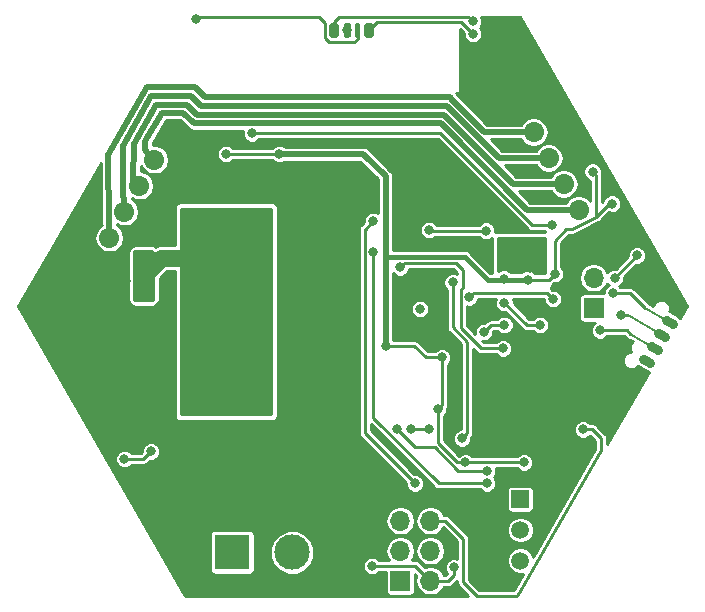
<source format=gbr>
G04 #@! TF.GenerationSoftware,KiCad,Pcbnew,5.0.2+dfsg1-1*
G04 #@! TF.CreationDate,2021-02-26T15:03:44+01:00*
G04 #@! TF.ProjectId,KiCAD_Board,4b694341-445f-4426-9f61-72642e6b6963,rev?*
G04 #@! TF.SameCoordinates,Original*
G04 #@! TF.FileFunction,Copper,L2,Bot*
G04 #@! TF.FilePolarity,Positive*
%FSLAX46Y46*%
G04 Gerber Fmt 4.6, Leading zero omitted, Abs format (unit mm)*
G04 Created by KiCad (PCBNEW 5.0.2+dfsg1-1) date Fri 26 Feb 2021 15:03:44 CET*
%MOMM*%
%LPD*%
G01*
G04 APERTURE LIST*
G04 #@! TA.AperFunction,Conductor*
%ADD10C,0.100000*%
G04 #@! TD*
G04 #@! TA.AperFunction,SMDPad,CuDef*
%ADD11C,1.900000*%
G04 #@! TD*
G04 #@! TA.AperFunction,ComponentPad*
%ADD12O,1.700000X1.700000*%
G04 #@! TD*
G04 #@! TA.AperFunction,ComponentPad*
%ADD13R,1.700000X1.700000*%
G04 #@! TD*
G04 #@! TA.AperFunction,SMDPad,CuDef*
%ADD14C,0.800000*%
G04 #@! TD*
G04 #@! TA.AperFunction,Conductor*
%ADD15C,0.800000*%
G04 #@! TD*
G04 #@! TA.AperFunction,ComponentPad*
%ADD16R,1.500000X1.500000*%
G04 #@! TD*
G04 #@! TA.AperFunction,ComponentPad*
%ADD17C,1.500000*%
G04 #@! TD*
G04 #@! TA.AperFunction,Conductor*
%ADD18R,1.900000X1.900000*%
G04 #@! TD*
G04 #@! TA.AperFunction,ViaPad*
%ADD19C,0.500000*%
G04 #@! TD*
G04 #@! TA.AperFunction,ComponentPad*
%ADD20C,3.000000*%
G04 #@! TD*
G04 #@! TA.AperFunction,ComponentPad*
%ADD21R,3.000000X3.000000*%
G04 #@! TD*
G04 #@! TA.AperFunction,ComponentPad*
%ADD22C,1.700000*%
G04 #@! TD*
G04 #@! TA.AperFunction,Conductor*
%ADD23C,1.700000*%
G04 #@! TD*
G04 #@! TA.AperFunction,SMDPad,CuDef*
%ADD24C,0.400000*%
G04 #@! TD*
G04 #@! TA.AperFunction,SMDPad,CuDef*
%ADD25C,0.600000*%
G04 #@! TD*
G04 #@! TA.AperFunction,ViaPad*
%ADD26C,0.800000*%
G04 #@! TD*
G04 #@! TA.AperFunction,Conductor*
%ADD27C,0.250000*%
G04 #@! TD*
G04 #@! TA.AperFunction,Conductor*
%ADD28C,0.160000*%
G04 #@! TD*
G04 #@! TA.AperFunction,Conductor*
%ADD29C,1.400000*%
G04 #@! TD*
G04 #@! TA.AperFunction,Conductor*
%ADD30C,0.500000*%
G04 #@! TD*
G04 #@! TA.AperFunction,Conductor*
%ADD31C,0.400000*%
G04 #@! TD*
G04 #@! TA.AperFunction,Conductor*
%ADD32C,0.254000*%
G04 #@! TD*
G04 APERTURE END LIST*
D10*
G04 #@! TO.N,GND*
G04 #@! TO.C,C502*
G36*
X131534504Y-100258204D02*
X131558773Y-100261804D01*
X131582571Y-100267765D01*
X131605671Y-100276030D01*
X131627849Y-100286520D01*
X131648893Y-100299133D01*
X131668598Y-100313747D01*
X131686777Y-100330223D01*
X131703253Y-100348402D01*
X131717867Y-100368107D01*
X131730480Y-100389151D01*
X131740970Y-100411329D01*
X131749235Y-100434429D01*
X131755196Y-100458227D01*
X131758796Y-100482496D01*
X131760000Y-100507000D01*
X131760000Y-104407000D01*
X131758796Y-104431504D01*
X131755196Y-104455773D01*
X131749235Y-104479571D01*
X131740970Y-104502671D01*
X131730480Y-104524849D01*
X131717867Y-104545893D01*
X131703253Y-104565598D01*
X131686777Y-104583777D01*
X131668598Y-104600253D01*
X131648893Y-104614867D01*
X131627849Y-104627480D01*
X131605671Y-104637970D01*
X131582571Y-104646235D01*
X131558773Y-104652196D01*
X131534504Y-104655796D01*
X131510000Y-104657000D01*
X130110000Y-104657000D01*
X130085496Y-104655796D01*
X130061227Y-104652196D01*
X130037429Y-104646235D01*
X130014329Y-104637970D01*
X129992151Y-104627480D01*
X129971107Y-104614867D01*
X129951402Y-104600253D01*
X129933223Y-104583777D01*
X129916747Y-104565598D01*
X129902133Y-104545893D01*
X129889520Y-104524849D01*
X129879030Y-104502671D01*
X129870765Y-104479571D01*
X129864804Y-104455773D01*
X129861204Y-104431504D01*
X129860000Y-104407000D01*
X129860000Y-100507000D01*
X129861204Y-100482496D01*
X129864804Y-100458227D01*
X129870765Y-100434429D01*
X129879030Y-100411329D01*
X129889520Y-100389151D01*
X129902133Y-100368107D01*
X129916747Y-100348402D01*
X129933223Y-100330223D01*
X129951402Y-100313747D01*
X129971107Y-100299133D01*
X129992151Y-100286520D01*
X130014329Y-100276030D01*
X130037429Y-100267765D01*
X130061227Y-100261804D01*
X130085496Y-100258204D01*
X130110000Y-100257000D01*
X131510000Y-100257000D01*
X131534504Y-100258204D01*
X131534504Y-100258204D01*
G37*
D11*
G04 #@! TD*
G04 #@! TO.P,C502,2*
G04 #@! TO.N,GND*
X130810000Y-102457000D03*
D10*
G04 #@! TO.N,+VDC*
G04 #@! TO.C,C502*
G36*
X131534504Y-108958204D02*
X131558773Y-108961804D01*
X131582571Y-108967765D01*
X131605671Y-108976030D01*
X131627849Y-108986520D01*
X131648893Y-108999133D01*
X131668598Y-109013747D01*
X131686777Y-109030223D01*
X131703253Y-109048402D01*
X131717867Y-109068107D01*
X131730480Y-109089151D01*
X131740970Y-109111329D01*
X131749235Y-109134429D01*
X131755196Y-109158227D01*
X131758796Y-109182496D01*
X131760000Y-109207000D01*
X131760000Y-113107000D01*
X131758796Y-113131504D01*
X131755196Y-113155773D01*
X131749235Y-113179571D01*
X131740970Y-113202671D01*
X131730480Y-113224849D01*
X131717867Y-113245893D01*
X131703253Y-113265598D01*
X131686777Y-113283777D01*
X131668598Y-113300253D01*
X131648893Y-113314867D01*
X131627849Y-113327480D01*
X131605671Y-113337970D01*
X131582571Y-113346235D01*
X131558773Y-113352196D01*
X131534504Y-113355796D01*
X131510000Y-113357000D01*
X130110000Y-113357000D01*
X130085496Y-113355796D01*
X130061227Y-113352196D01*
X130037429Y-113346235D01*
X130014329Y-113337970D01*
X129992151Y-113327480D01*
X129971107Y-113314867D01*
X129951402Y-113300253D01*
X129933223Y-113283777D01*
X129916747Y-113265598D01*
X129902133Y-113245893D01*
X129889520Y-113224849D01*
X129879030Y-113202671D01*
X129870765Y-113179571D01*
X129864804Y-113155773D01*
X129861204Y-113131504D01*
X129860000Y-113107000D01*
X129860000Y-109207000D01*
X129861204Y-109182496D01*
X129864804Y-109158227D01*
X129870765Y-109134429D01*
X129879030Y-109111329D01*
X129889520Y-109089151D01*
X129902133Y-109068107D01*
X129916747Y-109048402D01*
X129933223Y-109030223D01*
X129951402Y-109013747D01*
X129971107Y-108999133D01*
X129992151Y-108986520D01*
X130014329Y-108976030D01*
X130037429Y-108967765D01*
X130061227Y-108961804D01*
X130085496Y-108958204D01*
X130110000Y-108957000D01*
X131510000Y-108957000D01*
X131534504Y-108958204D01*
X131534504Y-108958204D01*
G37*
D11*
G04 #@! TD*
G04 #@! TO.P,C502,1*
G04 #@! TO.N,+VDC*
X130810000Y-111157000D03*
D12*
G04 #@! TO.P,J102,6*
G04 #@! TO.N,/WS2812_AUX*
X155067000Y-123190000D03*
G04 #@! TO.P,J102,5*
G04 #@! TO.N,Net-(J102-Pad5)*
X152527000Y-123190000D03*
G04 #@! TO.P,J102,4*
G04 #@! TO.N,AUX_MOTION*
X155067000Y-125730000D03*
G04 #@! TO.P,J102,3*
G04 #@! TO.N,AUX_BTN*
X152527000Y-125730000D03*
G04 #@! TO.P,J102,2*
G04 #@! TO.N,+3V3*
X155067000Y-128270000D03*
D13*
G04 #@! TO.P,J102,1*
G04 #@! TO.N,GND*
X152527000Y-128270000D03*
G04 #@! TD*
D14*
G04 #@! TO.P,J101,8*
G04 #@! TO.N,+3V3*
X175308775Y-106331473D03*
D15*
G04 #@! TD*
G04 #@! TO.N,+3V3*
G04 #@! TO.C,J101*
X175005666Y-106156473D02*
X175611884Y-106506473D01*
D14*
G04 #@! TO.P,J101,7*
G04 #@! TO.N,GND*
X174673775Y-107431325D03*
D15*
G04 #@! TD*
G04 #@! TO.N,GND*
G04 #@! TO.C,J101*
X174370666Y-107256325D02*
X174976884Y-107606325D01*
D14*
G04 #@! TO.P,J101,6*
G04 #@! TO.N,/BOOT*
X174038775Y-108531177D03*
D15*
G04 #@! TD*
G04 #@! TO.N,/BOOT*
G04 #@! TO.C,J101*
X173735666Y-108356177D02*
X174341884Y-108706177D01*
D14*
G04 #@! TO.P,J101,5*
G04 #@! TO.N,Net-(J101-Pad5)*
X173403775Y-109631029D03*
D15*
G04 #@! TD*
G04 #@! TO.N,Net-(J101-Pad5)*
G04 #@! TO.C,J101*
X173100666Y-109456029D02*
X173706884Y-109806029D01*
D16*
G04 #@! TO.P,U303,1*
G04 #@! TO.N,IR>E*
X162687000Y-121352000D03*
D17*
G04 #@! TO.P,U303,3*
G04 #@! TO.N,GND*
X162687000Y-126552000D03*
G04 #@! TO.P,U303,2*
G04 #@! TO.N,Net-(C301-Pad2)*
X162687000Y-123952000D03*
G04 #@! TD*
D18*
G04 #@! TO.N,GND*
G04 #@! TO.C,AMP401*
X162814000Y-101219000D03*
D19*
X163514000Y-101919000D03*
X162114000Y-101919000D03*
X163514000Y-100519000D03*
X162114000Y-100519000D03*
G04 #@! TD*
D20*
G04 #@! TO.P,J501,2*
G04 #@! TO.N,Net-(F501-Pad2)*
X143383000Y-125857000D03*
D21*
G04 #@! TO.P,J501,1*
G04 #@! TO.N,GND*
X138303000Y-125857000D03*
G04 #@! TD*
D12*
G04 #@! TO.P,J401,2*
G04 #@! TO.N,Net-(AMP401-Pad10)*
X168910000Y-102616000D03*
D13*
G04 #@! TO.P,J401,1*
G04 #@! TO.N,Net-(AMP401-Pad9)*
X168910000Y-105156000D03*
G04 #@! TD*
D22*
G04 #@! TO.P,J202,5*
G04 #@! TO.N,Net-(D201-Pad2)*
X163830000Y-90261182D03*
D23*
G04 #@! TD*
G04 #@! TO.N,Net-(D201-Pad2)*
G04 #@! TO.C,J202*
X163830000Y-90261182D02*
X163830000Y-90261182D01*
D22*
G04 #@! TO.P,J202,4*
G04 #@! TO.N,Net-(D202-Pad2)*
X165100000Y-92460886D03*
D23*
G04 #@! TD*
G04 #@! TO.N,Net-(D202-Pad2)*
G04 #@! TO.C,J202*
X165100000Y-92460886D02*
X165100000Y-92460886D01*
D22*
G04 #@! TO.P,J202,3*
G04 #@! TO.N,Net-(D203-Pad2)*
X166370000Y-94660591D03*
D23*
G04 #@! TD*
G04 #@! TO.N,Net-(D203-Pad2)*
G04 #@! TO.C,J202*
X166370000Y-94660591D02*
X166370000Y-94660591D01*
D22*
G04 #@! TO.P,J202,2*
G04 #@! TO.N,Net-(D204-Pad2)*
X167640000Y-96860295D03*
D23*
G04 #@! TD*
G04 #@! TO.N,Net-(D204-Pad2)*
G04 #@! TO.C,J202*
X167640000Y-96860295D02*
X167640000Y-96860295D01*
D22*
G04 #@! TO.P,J202,1*
G04 #@! TO.N,+VDC*
X168910000Y-99060000D03*
D10*
G04 #@! TD*
G04 #@! TO.N,+VDC*
G04 #@! TO.C,J202*
G36*
X168598878Y-100221122D02*
X167748878Y-98748878D01*
X169221122Y-97898878D01*
X170071122Y-99371122D01*
X168598878Y-100221122D01*
X168598878Y-100221122D01*
G37*
D22*
G04 #@! TO.P,J201,5*
G04 #@! TO.N,Net-(D201-Pad2)*
X127889000Y-99222818D03*
D23*
G04 #@! TD*
G04 #@! TO.N,Net-(D201-Pad2)*
G04 #@! TO.C,J201*
X127889000Y-99222818D02*
X127889000Y-99222818D01*
D22*
G04 #@! TO.P,J201,4*
G04 #@! TO.N,Net-(D202-Pad2)*
X129159000Y-97023114D03*
D23*
G04 #@! TD*
G04 #@! TO.N,Net-(D202-Pad2)*
G04 #@! TO.C,J201*
X129159000Y-97023114D02*
X129159000Y-97023114D01*
D22*
G04 #@! TO.P,J201,3*
G04 #@! TO.N,Net-(D203-Pad2)*
X130429000Y-94823409D03*
D23*
G04 #@! TD*
G04 #@! TO.N,Net-(D203-Pad2)*
G04 #@! TO.C,J201*
X130429000Y-94823409D02*
X130429000Y-94823409D01*
D22*
G04 #@! TO.P,J201,2*
G04 #@! TO.N,Net-(D204-Pad2)*
X131699000Y-92623705D03*
D23*
G04 #@! TD*
G04 #@! TO.N,Net-(D204-Pad2)*
G04 #@! TO.C,J201*
X131699000Y-92623705D02*
X131699000Y-92623705D01*
D22*
G04 #@! TO.P,J201,1*
G04 #@! TO.N,+VDC*
X132969000Y-90424000D03*
D10*
G04 #@! TD*
G04 #@! TO.N,+VDC*
G04 #@! TO.C,J201*
G36*
X134130122Y-90112878D02*
X133280122Y-91585122D01*
X131807878Y-90735122D01*
X132657878Y-89262878D01*
X134130122Y-90112878D01*
X134130122Y-90112878D01*
G37*
G04 #@! TO.N,GND*
G04 #@! TO.C,D102*
G36*
X150105603Y-81061963D02*
X150125018Y-81064843D01*
X150144057Y-81069612D01*
X150162537Y-81076224D01*
X150180279Y-81084616D01*
X150197114Y-81094706D01*
X150212879Y-81106398D01*
X150227421Y-81119579D01*
X150240602Y-81134121D01*
X150252294Y-81149886D01*
X150262384Y-81166721D01*
X150270776Y-81184463D01*
X150277388Y-81202943D01*
X150282157Y-81221982D01*
X150285037Y-81241397D01*
X150286000Y-81261000D01*
X150286000Y-82061000D01*
X150285037Y-82080603D01*
X150282157Y-82100018D01*
X150277388Y-82119057D01*
X150270776Y-82137537D01*
X150262384Y-82155279D01*
X150252294Y-82172114D01*
X150240602Y-82187879D01*
X150227421Y-82202421D01*
X150212879Y-82215602D01*
X150197114Y-82227294D01*
X150180279Y-82237384D01*
X150162537Y-82245776D01*
X150144057Y-82252388D01*
X150125018Y-82257157D01*
X150105603Y-82260037D01*
X150086000Y-82261000D01*
X149686000Y-82261000D01*
X149666397Y-82260037D01*
X149646982Y-82257157D01*
X149627943Y-82252388D01*
X149609463Y-82245776D01*
X149591721Y-82237384D01*
X149574886Y-82227294D01*
X149559121Y-82215602D01*
X149544579Y-82202421D01*
X149531398Y-82187879D01*
X149519706Y-82172114D01*
X149509616Y-82155279D01*
X149501224Y-82137537D01*
X149494612Y-82119057D01*
X149489843Y-82100018D01*
X149486963Y-82080603D01*
X149486000Y-82061000D01*
X149486000Y-81261000D01*
X149486963Y-81241397D01*
X149489843Y-81221982D01*
X149494612Y-81202943D01*
X149501224Y-81184463D01*
X149509616Y-81166721D01*
X149519706Y-81149886D01*
X149531398Y-81134121D01*
X149544579Y-81119579D01*
X149559121Y-81106398D01*
X149574886Y-81094706D01*
X149591721Y-81084616D01*
X149609463Y-81076224D01*
X149627943Y-81069612D01*
X149646982Y-81064843D01*
X149666397Y-81061963D01*
X149686000Y-81061000D01*
X150086000Y-81061000D01*
X150105603Y-81061963D01*
X150105603Y-81061963D01*
G37*
D14*
G04 #@! TD*
G04 #@! TO.P,D102,3*
G04 #@! TO.N,GND*
X149886000Y-81661000D03*
D10*
G04 #@! TO.N,Net-(D101-Pad2)*
G04 #@! TO.C,D102*
G36*
X147130603Y-81061963D02*
X147150018Y-81064843D01*
X147169057Y-81069612D01*
X147187537Y-81076224D01*
X147205279Y-81084616D01*
X147222114Y-81094706D01*
X147237879Y-81106398D01*
X147252421Y-81119579D01*
X147265602Y-81134121D01*
X147277294Y-81149886D01*
X147287384Y-81166721D01*
X147295776Y-81184463D01*
X147302388Y-81202943D01*
X147307157Y-81221982D01*
X147310037Y-81241397D01*
X147311000Y-81261000D01*
X147311000Y-82061000D01*
X147310037Y-82080603D01*
X147307157Y-82100018D01*
X147302388Y-82119057D01*
X147295776Y-82137537D01*
X147287384Y-82155279D01*
X147277294Y-82172114D01*
X147265602Y-82187879D01*
X147252421Y-82202421D01*
X147237879Y-82215602D01*
X147222114Y-82227294D01*
X147205279Y-82237384D01*
X147187537Y-82245776D01*
X147169057Y-82252388D01*
X147150018Y-82257157D01*
X147130603Y-82260037D01*
X147111000Y-82261000D01*
X146711000Y-82261000D01*
X146691397Y-82260037D01*
X146671982Y-82257157D01*
X146652943Y-82252388D01*
X146634463Y-82245776D01*
X146616721Y-82237384D01*
X146599886Y-82227294D01*
X146584121Y-82215602D01*
X146569579Y-82202421D01*
X146556398Y-82187879D01*
X146544706Y-82172114D01*
X146534616Y-82155279D01*
X146526224Y-82137537D01*
X146519612Y-82119057D01*
X146514843Y-82100018D01*
X146511963Y-82080603D01*
X146511000Y-82061000D01*
X146511000Y-81261000D01*
X146511963Y-81241397D01*
X146514843Y-81221982D01*
X146519612Y-81202943D01*
X146526224Y-81184463D01*
X146534616Y-81166721D01*
X146544706Y-81149886D01*
X146556398Y-81134121D01*
X146569579Y-81119579D01*
X146584121Y-81106398D01*
X146599886Y-81094706D01*
X146616721Y-81084616D01*
X146634463Y-81076224D01*
X146652943Y-81069612D01*
X146671982Y-81064843D01*
X146691397Y-81061963D01*
X146711000Y-81061000D01*
X147111000Y-81061000D01*
X147130603Y-81061963D01*
X147130603Y-81061963D01*
G37*
D14*
G04 #@! TD*
G04 #@! TO.P,D102,4*
G04 #@! TO.N,Net-(D101-Pad2)*
X146911000Y-81661000D03*
D10*
G04 #@! TO.N,Net-(D102-Pad2)*
G04 #@! TO.C,D102*
G36*
X149020802Y-81061482D02*
X149030509Y-81062921D01*
X149040028Y-81065306D01*
X149049268Y-81068612D01*
X149058140Y-81072808D01*
X149066557Y-81077853D01*
X149074439Y-81083699D01*
X149081711Y-81090289D01*
X149088301Y-81097561D01*
X149094147Y-81105443D01*
X149099192Y-81113860D01*
X149103388Y-81122732D01*
X149106694Y-81131972D01*
X149109079Y-81141491D01*
X149110518Y-81151198D01*
X149111000Y-81161000D01*
X149111000Y-82161000D01*
X149110518Y-82170802D01*
X149109079Y-82180509D01*
X149106694Y-82190028D01*
X149103388Y-82199268D01*
X149099192Y-82208140D01*
X149094147Y-82216557D01*
X149088301Y-82224439D01*
X149081711Y-82231711D01*
X149074439Y-82238301D01*
X149066557Y-82244147D01*
X149058140Y-82249192D01*
X149049268Y-82253388D01*
X149040028Y-82256694D01*
X149030509Y-82259079D01*
X149020802Y-82260518D01*
X149011000Y-82261000D01*
X148811000Y-82261000D01*
X148801198Y-82260518D01*
X148791491Y-82259079D01*
X148781972Y-82256694D01*
X148772732Y-82253388D01*
X148763860Y-82249192D01*
X148755443Y-82244147D01*
X148747561Y-82238301D01*
X148740289Y-82231711D01*
X148733699Y-82224439D01*
X148727853Y-82216557D01*
X148722808Y-82208140D01*
X148718612Y-82199268D01*
X148715306Y-82190028D01*
X148712921Y-82180509D01*
X148711482Y-82170802D01*
X148711000Y-82161000D01*
X148711000Y-81161000D01*
X148711482Y-81151198D01*
X148712921Y-81141491D01*
X148715306Y-81131972D01*
X148718612Y-81122732D01*
X148722808Y-81113860D01*
X148727853Y-81105443D01*
X148733699Y-81097561D01*
X148740289Y-81090289D01*
X148747561Y-81083699D01*
X148755443Y-81077853D01*
X148763860Y-81072808D01*
X148772732Y-81068612D01*
X148781972Y-81065306D01*
X148791491Y-81062921D01*
X148801198Y-81061482D01*
X148811000Y-81061000D01*
X149011000Y-81061000D01*
X149020802Y-81061482D01*
X149020802Y-81061482D01*
G37*
D24*
G04 #@! TD*
G04 #@! TO.P,D102,2*
G04 #@! TO.N,Net-(D102-Pad2)*
X148911000Y-81661000D03*
D10*
G04 #@! TO.N,+3V3*
G04 #@! TO.C,D102*
G36*
X148200703Y-81061722D02*
X148215264Y-81063882D01*
X148229543Y-81067459D01*
X148243403Y-81072418D01*
X148256710Y-81078712D01*
X148269336Y-81086280D01*
X148281159Y-81095048D01*
X148292066Y-81104934D01*
X148301952Y-81115841D01*
X148310720Y-81127664D01*
X148318288Y-81140290D01*
X148324582Y-81153597D01*
X148329541Y-81167457D01*
X148333118Y-81181736D01*
X148335278Y-81196297D01*
X148336000Y-81211000D01*
X148336000Y-82111000D01*
X148335278Y-82125703D01*
X148333118Y-82140264D01*
X148329541Y-82154543D01*
X148324582Y-82168403D01*
X148318288Y-82181710D01*
X148310720Y-82194336D01*
X148301952Y-82206159D01*
X148292066Y-82217066D01*
X148281159Y-82226952D01*
X148269336Y-82235720D01*
X148256710Y-82243288D01*
X148243403Y-82249582D01*
X148229543Y-82254541D01*
X148215264Y-82258118D01*
X148200703Y-82260278D01*
X148186000Y-82261000D01*
X147886000Y-82261000D01*
X147871297Y-82260278D01*
X147856736Y-82258118D01*
X147842457Y-82254541D01*
X147828597Y-82249582D01*
X147815290Y-82243288D01*
X147802664Y-82235720D01*
X147790841Y-82226952D01*
X147779934Y-82217066D01*
X147770048Y-82206159D01*
X147761280Y-82194336D01*
X147753712Y-82181710D01*
X147747418Y-82168403D01*
X147742459Y-82154543D01*
X147738882Y-82140264D01*
X147736722Y-82125703D01*
X147736000Y-82111000D01*
X147736000Y-81211000D01*
X147736722Y-81196297D01*
X147738882Y-81181736D01*
X147742459Y-81167457D01*
X147747418Y-81153597D01*
X147753712Y-81140290D01*
X147761280Y-81127664D01*
X147770048Y-81115841D01*
X147779934Y-81104934D01*
X147790841Y-81095048D01*
X147802664Y-81086280D01*
X147815290Y-81078712D01*
X147828597Y-81072418D01*
X147842457Y-81067459D01*
X147856736Y-81063882D01*
X147871297Y-81061722D01*
X147886000Y-81061000D01*
X148186000Y-81061000D01*
X148200703Y-81061722D01*
X148200703Y-81061722D01*
G37*
D25*
G04 #@! TD*
G04 #@! TO.P,D102,1*
G04 #@! TO.N,+3V3*
X148036000Y-81661000D03*
D26*
G04 #@! TO.N,GND*
X159766000Y-98617000D03*
X154940000Y-98552000D03*
X170688000Y-102616000D03*
X172593000Y-100711000D03*
X135572500Y-101092000D03*
X135572500Y-100139500D03*
X135382000Y-102044500D03*
X135572500Y-103568500D03*
X135572500Y-104521000D03*
X135382000Y-105473500D03*
X135572500Y-106997500D03*
X135572500Y-107950000D03*
X135382000Y-108902500D03*
X135572500Y-110426500D03*
X135572500Y-111379000D03*
X135382000Y-112331500D03*
X154940000Y-115417600D03*
X153416000Y-115417600D03*
X129172000Y-117928339D03*
X131419600Y-117297200D03*
X158699200Y-81940400D03*
X171196000Y-105791000D03*
X161338000Y-106614000D03*
X159635524Y-107191476D03*
G04 #@! TO.N,+3V3*
X142303500Y-92138500D03*
X137795000Y-92138000D03*
X163318522Y-102769002D03*
X155702000Y-113728500D03*
X158041000Y-118237000D03*
X151292000Y-108394500D03*
X170561000Y-103886000D03*
X165608000Y-102260400D03*
X162991800Y-118237000D03*
X168806000Y-93604808D03*
X148036000Y-81661000D03*
X170467000Y-96332276D03*
X157099000Y-127127000D03*
X150114000Y-127000000D03*
X156059500Y-109347032D03*
X161305933Y-102720057D03*
G04 #@! TO.N,/RESET*
X165354000Y-98171000D03*
X139962099Y-90386521D03*
G04 #@! TO.N,/BOOT*
X165455600Y-104394000D03*
X169418000Y-107061000D03*
X158369006Y-104267000D03*
G04 #@! TO.N,Net-(D101-Pad2)*
X158686500Y-80899000D03*
G04 #@! TO.N,Net-(D102-Pad2)*
X135255000Y-80703600D03*
G04 #@! TO.N,+VDC*
X147447000Y-122555000D03*
X147447000Y-121666000D03*
X149225000Y-121666000D03*
X149225000Y-122555000D03*
X148336000Y-121666000D03*
X148336000Y-122555000D03*
X139065000Y-119507000D03*
X140462000Y-119507000D03*
X140462000Y-118237000D03*
X139065000Y-118237000D03*
X129286000Y-102870000D03*
X129413000Y-106172000D03*
X129413000Y-109601000D03*
X129413000Y-113030000D03*
G04 #@! TO.N,Net-(C402-Pad2)*
X164338000Y-106614000D03*
X161338000Y-104714000D03*
G04 #@! TO.N,I2C_SDA*
X154178000Y-105267000D03*
G04 #@! TO.N,I2C_SCL*
X157734000Y-116205000D03*
X156963000Y-102997000D03*
G04 #@! TO.N,MIC_3.3V*
X161227000Y-108585000D03*
X152527000Y-101727000D03*
G04 #@! TO.N,IR>E*
X159893000Y-120015000D03*
X150241000Y-100457000D03*
G04 #@! TO.N,E>IR*
X152273000Y-115443000D03*
X159893000Y-118999000D03*
G04 #@! TO.N,/WS2812_AUX*
X168021000Y-115443000D03*
G04 #@! TO.N,AUX_MOTION*
X150241000Y-97790000D03*
X153797000Y-120014992D03*
G04 #@! TD*
D27*
G04 #@! TO.N,GND*
X155005000Y-98617000D02*
X154940000Y-98552000D01*
X159766000Y-98617000D02*
X155005000Y-98617000D01*
X170688000Y-102616000D02*
X172593000Y-100711000D01*
D28*
X174673775Y-107431325D02*
X171831000Y-105791000D01*
D27*
X154940000Y-115417600D02*
X153416000Y-115417600D01*
X153416000Y-115417600D02*
X153416000Y-115417600D01*
X129172000Y-117928339D02*
X130788461Y-117928339D01*
X130788461Y-117928339D02*
X131419600Y-117297200D01*
X171196000Y-105791000D02*
X171831000Y-105791000D01*
X161338000Y-106614000D02*
X160213000Y-106614000D01*
X160213000Y-106614000D02*
X159635524Y-107191476D01*
X150600820Y-80946180D02*
X157704980Y-80946180D01*
X158299201Y-81540401D02*
X158699200Y-81940400D01*
X149886000Y-81661000D02*
X150600820Y-80946180D01*
X157704980Y-80946180D02*
X158299201Y-81540401D01*
D29*
X130810000Y-102425500D02*
X132302500Y-100933000D01*
X135413500Y-100933000D02*
X135572500Y-101092000D01*
X132302500Y-100933000D02*
X135413500Y-100933000D01*
D30*
G04 #@! TO.N,+3V3*
X151292000Y-94015000D02*
X149415500Y-92138500D01*
X149415500Y-92138500D02*
X142303500Y-92138500D01*
D27*
X142303000Y-92138000D02*
X142303500Y-92138500D01*
X137795000Y-92138000D02*
X142303000Y-92138000D01*
D30*
X151292000Y-108415000D02*
X151292000Y-108394500D01*
X151292000Y-100838000D02*
X151292000Y-94015000D01*
X151292000Y-108394500D02*
X151292000Y-100838000D01*
D31*
X157988000Y-100838000D02*
X151292000Y-100838000D01*
X163318522Y-102769002D02*
X159919002Y-102769002D01*
X159919002Y-102769002D02*
X157988000Y-100838000D01*
D27*
X157353000Y-118237000D02*
X158041000Y-118237000D01*
X155702000Y-113728500D02*
X155702000Y-116586000D01*
X155702000Y-116586000D02*
X157353000Y-118237000D01*
D28*
X175308775Y-106331473D02*
X173240000Y-105140000D01*
D27*
X171986000Y-103886000D02*
X173240000Y-105140000D01*
X170561000Y-103886000D02*
X171986000Y-103886000D01*
X165608000Y-102260400D02*
X165099398Y-102769002D01*
X165099398Y-102769002D02*
X163318522Y-102769002D01*
X158041000Y-118237000D02*
X162991800Y-118237000D01*
X169113200Y-93912008D02*
X168806000Y-93604808D01*
X169113200Y-97434400D02*
X169113200Y-93912008D01*
X165608000Y-102260400D02*
X165608000Y-99466400D01*
X165608000Y-99466400D02*
X166573200Y-98501200D01*
X167081200Y-98501200D02*
X169113200Y-97434400D01*
X166573200Y-98501200D02*
X167081200Y-98501200D01*
X170215324Y-96332276D02*
X169113200Y-97434400D01*
X170467000Y-96332276D02*
X170215324Y-96332276D01*
X156972000Y-127000000D02*
X157099000Y-127127000D01*
X153797000Y-127000000D02*
X155067000Y-128270000D01*
X150114000Y-127000000D02*
X153797000Y-127000000D01*
X157099000Y-127762000D02*
X157099000Y-127127000D01*
X155067000Y-128270000D02*
X156591000Y-128270000D01*
X156591000Y-128270000D02*
X157099000Y-127762000D01*
X154686032Y-109347032D02*
X156059500Y-109347032D01*
X153733500Y-108394500D02*
X154686032Y-109347032D01*
X151292000Y-108415000D02*
X151312500Y-108394500D01*
X151312500Y-108394500D02*
X153733500Y-108394500D01*
X156059500Y-113371000D02*
X156059500Y-109347032D01*
X155702000Y-113728500D02*
X156059500Y-113371000D01*
G04 #@! TO.N,/RESET*
X163703000Y-98171000D02*
X155918521Y-90386521D01*
X165354000Y-98171000D02*
X163703000Y-98171000D01*
X155918521Y-90386521D02*
X140527784Y-90386521D01*
X140527784Y-90386521D02*
X139962099Y-90386521D01*
D28*
G04 #@! TO.N,/BOOT*
X174038775Y-108531177D02*
X171960000Y-107330000D01*
D27*
X171691000Y-107061000D02*
X171960000Y-107330000D01*
X169418000Y-107061000D02*
X171691000Y-107061000D01*
X164928601Y-103867001D02*
X158769005Y-103867001D01*
X165455600Y-104394000D02*
X164928601Y-103867001D01*
X158769005Y-103867001D02*
X158369006Y-104267000D01*
G04 #@! TO.N,Net-(D101-Pad2)*
X158283669Y-80496169D02*
X147375831Y-80496169D01*
X147375831Y-80496169D02*
X146911000Y-80961000D01*
X146911000Y-80961000D02*
X146911000Y-81661000D01*
X158686500Y-80899000D02*
X158283669Y-80496169D01*
G04 #@! TO.N,Net-(D102-Pad2)*
X146177000Y-81026000D02*
X145669000Y-80518000D01*
X146185990Y-82278468D02*
X146185990Y-81043532D01*
X148911000Y-81661000D02*
X148911000Y-82356000D01*
X148653500Y-82613500D02*
X146521022Y-82613500D01*
X146521022Y-82613500D02*
X146185990Y-82278468D01*
X135440600Y-80518000D02*
X135255000Y-80703600D01*
X145669000Y-80518000D02*
X135440600Y-80518000D01*
X146177000Y-81034542D02*
X146177000Y-81026000D01*
X148911000Y-82356000D02*
X148653500Y-82613500D01*
X146185990Y-81043532D02*
X146177000Y-81034542D01*
D30*
G04 #@! TO.N,Net-(D204-Pad2)*
X155957511Y-89536511D02*
X135066008Y-89536511D01*
X132334000Y-88646001D02*
X130937000Y-91059000D01*
X130937000Y-91059000D02*
X130937000Y-91821000D01*
X130937000Y-91821000D02*
X131699000Y-92623705D01*
X163281295Y-96860295D02*
X155957511Y-89536511D01*
X167640000Y-96860295D02*
X163281295Y-96860295D01*
X134175500Y-88646001D02*
X132334000Y-88646001D01*
X135066008Y-89536511D02*
X134175500Y-88646001D01*
G04 #@! TO.N,Net-(D203-Pad2)*
X135355962Y-88836500D02*
X154495500Y-88836500D01*
X131889500Y-87947500D02*
X131891010Y-87945990D01*
X129984500Y-91313000D02*
X131889500Y-87947500D01*
X129921000Y-94315409D02*
X129984500Y-91313000D01*
X131891010Y-87945990D02*
X134465453Y-87945990D01*
X130429000Y-94823409D02*
X129921000Y-94315409D01*
X134465453Y-87945990D02*
X135355962Y-88836500D01*
X164955091Y-94660591D02*
X166370000Y-94660591D01*
X162071553Y-94660591D02*
X164955091Y-94660591D01*
X154495500Y-88836500D02*
X156247462Y-88836500D01*
X156247462Y-88836500D02*
X162071553Y-94660591D01*
G04 #@! TO.N,Net-(D202-Pad2)*
X165100000Y-92460886D02*
X163897919Y-92460886D01*
X160861810Y-92460886D02*
X165100000Y-92460886D01*
X156475424Y-88074500D02*
X160861810Y-92460886D01*
X135636000Y-88074500D02*
X156475424Y-88074500D01*
X134807480Y-87245980D02*
X135636000Y-88074500D01*
X129159000Y-95821033D02*
X129078999Y-95741032D01*
X129159000Y-97023114D02*
X129159000Y-95821033D01*
X129078999Y-95741032D02*
X129095500Y-91440000D01*
X131445000Y-87249000D02*
X131448020Y-87245980D01*
X129095500Y-91440000D02*
X131445000Y-87249000D01*
X131448020Y-87245980D02*
X134807480Y-87245980D01*
G04 #@! TO.N,Net-(D201-Pad2)*
X127858999Y-97990736D02*
X127825500Y-92265500D01*
X127889000Y-99222818D02*
X127889000Y-98020737D01*
X127889000Y-98020737D02*
X127858999Y-97990736D01*
X127825500Y-92202000D02*
X131064000Y-86423500D01*
X163830000Y-90261182D02*
X159652068Y-90261181D01*
X131064000Y-86423500D02*
X135128000Y-86423500D01*
X135128000Y-86423500D02*
X136017000Y-87312500D01*
X156703387Y-87312500D02*
X156908500Y-87517613D01*
X159652068Y-90261181D02*
X156908500Y-87517613D01*
X136017000Y-87312500D02*
X156703387Y-87312500D01*
D27*
G04 #@! TO.N,Net-(C402-Pad2)*
X164338000Y-106614000D02*
X163238000Y-106614000D01*
X163238000Y-106614000D02*
X161338000Y-104714000D01*
G04 #@! TO.N,I2C_SCL*
X156963000Y-106798000D02*
X156963000Y-102997000D01*
X157734000Y-116205000D02*
X158178500Y-115760500D01*
X158178500Y-108013500D02*
X156963000Y-106798000D01*
X158178500Y-115760500D02*
X158178500Y-108013500D01*
G04 #@! TO.N,MIC_3.3V*
X157644005Y-106842595D02*
X157644005Y-103594995D01*
X161227000Y-108585000D02*
X159386410Y-108585000D01*
X159386410Y-108585000D02*
X157644005Y-106842595D01*
X157644005Y-103594995D02*
X157861000Y-103378000D01*
X157861000Y-101981000D02*
X157243010Y-101363010D01*
X157861000Y-103378000D02*
X157861000Y-101981000D01*
X157243010Y-101363010D02*
X152890990Y-101363010D01*
X152890990Y-101363010D02*
X152527000Y-101727000D01*
G04 #@! TO.N,IR>E*
X150241000Y-101022685D02*
X150241000Y-100457000D01*
X150241000Y-114484002D02*
X150241000Y-101022685D01*
X159893000Y-120015000D02*
X155771998Y-120015000D01*
X155771998Y-120015000D02*
X150241000Y-114484002D01*
G04 #@! TO.N,E>IR*
X153797000Y-116967000D02*
X152273000Y-115443000D01*
X155446590Y-116967000D02*
X153797000Y-116967000D01*
X159856001Y-118962001D02*
X157441591Y-118962001D01*
X157441591Y-118962001D02*
X155446590Y-116967000D01*
X159893000Y-118999000D02*
X159856001Y-118962001D01*
G04 #@! TO.N,/WS2812_AUX*
X168783000Y-115443000D02*
X168021000Y-115443000D01*
X169545000Y-116205000D02*
X168783000Y-115443000D01*
X169545000Y-117221000D02*
X169545000Y-116205000D01*
X162433000Y-129540000D02*
X169545000Y-117221000D01*
X155067000Y-123190000D02*
X156337000Y-123190000D01*
X159004000Y-129540000D02*
X162433000Y-129540000D01*
X156337000Y-123190000D02*
X157824001Y-124677001D01*
X157824001Y-124677001D02*
X157824001Y-128360001D01*
X157824001Y-128360001D02*
X159004000Y-129540000D01*
G04 #@! TO.N,AUX_MOTION*
X149515999Y-115733991D02*
X153397001Y-119614993D01*
X153397001Y-119614993D02*
X153797000Y-120014992D01*
X149515999Y-98515001D02*
X149515999Y-115733991D01*
X150241000Y-97790000D02*
X149515999Y-98515001D01*
G04 #@! TD*
D32*
G04 #@! TO.N,+VDC*
G36*
X176813189Y-105003600D02*
X176231516Y-106011092D01*
X176068996Y-105868566D01*
X175329552Y-105441649D01*
X175320149Y-105438457D01*
X175357016Y-105349451D01*
X175357016Y-105058641D01*
X175245728Y-104789968D01*
X175040094Y-104584334D01*
X174771421Y-104473046D01*
X174480611Y-104473046D01*
X174211938Y-104584334D01*
X174006304Y-104789968D01*
X173919559Y-104999389D01*
X173651421Y-104844961D01*
X173633034Y-104817442D01*
X172379038Y-103563447D01*
X172350806Y-103521194D01*
X172183431Y-103409359D01*
X172035835Y-103380000D01*
X172035834Y-103380000D01*
X171986000Y-103370087D01*
X171936166Y-103380000D01*
X171159501Y-103380000D01*
X171078924Y-103299423D01*
X171130401Y-103278100D01*
X171350100Y-103058401D01*
X171469000Y-102771351D01*
X171469000Y-102550591D01*
X172527592Y-101492000D01*
X172748351Y-101492000D01*
X173035401Y-101373100D01*
X173255100Y-101153401D01*
X173374000Y-100866351D01*
X173374000Y-100555649D01*
X173255100Y-100268599D01*
X173035401Y-100048900D01*
X172748351Y-99930000D01*
X172437649Y-99930000D01*
X172150599Y-100048900D01*
X171930900Y-100268599D01*
X171812000Y-100555649D01*
X171812000Y-100776408D01*
X170753409Y-101835000D01*
X170532649Y-101835000D01*
X170245599Y-101953900D01*
X170067267Y-102132232D01*
X169797501Y-101728499D01*
X169390312Y-101456424D01*
X169031239Y-101385000D01*
X168788761Y-101385000D01*
X168429688Y-101456424D01*
X168022499Y-101728499D01*
X167750424Y-102135688D01*
X167654884Y-102616000D01*
X167750424Y-103096312D01*
X168022499Y-103503501D01*
X168429688Y-103775576D01*
X168788761Y-103847000D01*
X169031239Y-103847000D01*
X169390312Y-103775576D01*
X169797501Y-103503501D01*
X170067267Y-103099768D01*
X170170076Y-103202577D01*
X170118599Y-103223900D01*
X169898900Y-103443599D01*
X169780000Y-103730649D01*
X169780000Y-103921514D01*
X169760000Y-103917536D01*
X168060000Y-103917536D01*
X167911341Y-103947106D01*
X167785314Y-104031314D01*
X167701106Y-104157341D01*
X167671536Y-104306000D01*
X167671536Y-106006000D01*
X167701106Y-106154659D01*
X167785314Y-106280686D01*
X167911341Y-106364894D01*
X168060000Y-106394464D01*
X168986308Y-106394464D01*
X168975599Y-106398900D01*
X168755900Y-106618599D01*
X168637000Y-106905649D01*
X168637000Y-107216351D01*
X168755900Y-107503401D01*
X168975599Y-107723100D01*
X169262649Y-107842000D01*
X169573351Y-107842000D01*
X169860401Y-107723100D01*
X170016501Y-107567000D01*
X171481409Y-107567000D01*
X171637443Y-107723034D01*
X171762568Y-107806640D01*
X171916419Y-107837244D01*
X172193487Y-107997342D01*
X172101304Y-108089525D01*
X171990016Y-108358198D01*
X171990016Y-108649008D01*
X172082571Y-108872456D01*
X171940611Y-108872456D01*
X171671938Y-108983744D01*
X171466304Y-109189378D01*
X171355016Y-109458051D01*
X171355016Y-109748861D01*
X171466304Y-110017534D01*
X171671938Y-110223168D01*
X171940611Y-110334456D01*
X172231421Y-110334456D01*
X172500094Y-110223168D01*
X172635974Y-110087288D01*
X172643554Y-110093935D01*
X173382996Y-110520853D01*
X173587696Y-110590339D01*
X170051000Y-116716102D01*
X170051000Y-116254835D01*
X170060913Y-116205000D01*
X170021641Y-116007568D01*
X169962890Y-115919641D01*
X169909806Y-115840194D01*
X169867555Y-115811963D01*
X169176038Y-115120447D01*
X169147806Y-115078194D01*
X168980431Y-114966359D01*
X168832835Y-114937000D01*
X168832834Y-114937000D01*
X168783000Y-114927087D01*
X168733166Y-114937000D01*
X168619501Y-114937000D01*
X168463401Y-114780900D01*
X168176351Y-114662000D01*
X167865649Y-114662000D01*
X167578599Y-114780900D01*
X167358900Y-115000599D01*
X167240000Y-115287649D01*
X167240000Y-115598351D01*
X167358900Y-115885401D01*
X167578599Y-116105100D01*
X167865649Y-116224000D01*
X168176351Y-116224000D01*
X168463401Y-116105100D01*
X168596455Y-115972046D01*
X169039001Y-116414593D01*
X169039000Y-117085423D01*
X163770226Y-126211694D01*
X163645816Y-125911340D01*
X163327660Y-125593184D01*
X162911970Y-125421000D01*
X162462030Y-125421000D01*
X162046340Y-125593184D01*
X161728184Y-125911340D01*
X161556000Y-126327030D01*
X161556000Y-126776970D01*
X161728184Y-127192660D01*
X162046340Y-127510816D01*
X162462030Y-127683000D01*
X162911970Y-127683000D01*
X162923591Y-127678186D01*
X162140854Y-129034000D01*
X159213592Y-129034000D01*
X158330001Y-128150410D01*
X158330001Y-124726835D01*
X158339914Y-124677001D01*
X158318714Y-124570424D01*
X158300642Y-124479570D01*
X158188807Y-124312195D01*
X158146557Y-124283965D01*
X157589622Y-123727030D01*
X161556000Y-123727030D01*
X161556000Y-124176970D01*
X161728184Y-124592660D01*
X162046340Y-124910816D01*
X162462030Y-125083000D01*
X162911970Y-125083000D01*
X163327660Y-124910816D01*
X163645816Y-124592660D01*
X163818000Y-124176970D01*
X163818000Y-123727030D01*
X163645816Y-123311340D01*
X163327660Y-122993184D01*
X162911970Y-122821000D01*
X162462030Y-122821000D01*
X162046340Y-122993184D01*
X161728184Y-123311340D01*
X161556000Y-123727030D01*
X157589622Y-123727030D01*
X156730039Y-122867447D01*
X156701806Y-122825194D01*
X156534431Y-122713359D01*
X156386835Y-122684000D01*
X156386834Y-122684000D01*
X156337000Y-122674087D01*
X156287166Y-122684000D01*
X156209412Y-122684000D01*
X155954501Y-122302499D01*
X155547312Y-122030424D01*
X155188239Y-121959000D01*
X154945761Y-121959000D01*
X154586688Y-122030424D01*
X154179499Y-122302499D01*
X153907424Y-122709688D01*
X153811884Y-123190000D01*
X153907424Y-123670312D01*
X154179499Y-124077501D01*
X154586688Y-124349576D01*
X154945761Y-124421000D01*
X155188239Y-124421000D01*
X155547312Y-124349576D01*
X155954501Y-124077501D01*
X156176566Y-123745157D01*
X157318001Y-124886593D01*
X157318001Y-126372365D01*
X157254351Y-126346000D01*
X156943649Y-126346000D01*
X156656599Y-126464900D01*
X156436900Y-126684599D01*
X156318000Y-126971649D01*
X156318000Y-127282351D01*
X156436900Y-127569401D01*
X156506454Y-127638955D01*
X156381409Y-127764000D01*
X156209412Y-127764000D01*
X155954501Y-127382499D01*
X155547312Y-127110424D01*
X155188239Y-127039000D01*
X154945761Y-127039000D01*
X154616988Y-127104397D01*
X154190038Y-126677447D01*
X154161806Y-126635194D01*
X153994431Y-126523359D01*
X153846835Y-126494000D01*
X153846834Y-126494000D01*
X153797000Y-126484087D01*
X153747166Y-126494000D01*
X153497022Y-126494000D01*
X153686576Y-126210312D01*
X153782116Y-125730000D01*
X153811884Y-125730000D01*
X153907424Y-126210312D01*
X154179499Y-126617501D01*
X154586688Y-126889576D01*
X154945761Y-126961000D01*
X155188239Y-126961000D01*
X155547312Y-126889576D01*
X155954501Y-126617501D01*
X156226576Y-126210312D01*
X156322116Y-125730000D01*
X156226576Y-125249688D01*
X155954501Y-124842499D01*
X155547312Y-124570424D01*
X155188239Y-124499000D01*
X154945761Y-124499000D01*
X154586688Y-124570424D01*
X154179499Y-124842499D01*
X153907424Y-125249688D01*
X153811884Y-125730000D01*
X153782116Y-125730000D01*
X153686576Y-125249688D01*
X153414501Y-124842499D01*
X153007312Y-124570424D01*
X152648239Y-124499000D01*
X152405761Y-124499000D01*
X152046688Y-124570424D01*
X151639499Y-124842499D01*
X151367424Y-125249688D01*
X151271884Y-125730000D01*
X151367424Y-126210312D01*
X151556978Y-126494000D01*
X150712501Y-126494000D01*
X150556401Y-126337900D01*
X150269351Y-126219000D01*
X149958649Y-126219000D01*
X149671599Y-126337900D01*
X149451900Y-126557599D01*
X149333000Y-126844649D01*
X149333000Y-127155351D01*
X149451900Y-127442401D01*
X149671599Y-127662100D01*
X149958649Y-127781000D01*
X150269351Y-127781000D01*
X150556401Y-127662100D01*
X150712501Y-127506000D01*
X151288536Y-127506000D01*
X151288536Y-129120000D01*
X151318106Y-129268659D01*
X151402314Y-129394686D01*
X151528341Y-129478894D01*
X151677000Y-129508464D01*
X153377000Y-129508464D01*
X153525659Y-129478894D01*
X153651686Y-129394686D01*
X153735894Y-129268659D01*
X153765464Y-129120000D01*
X153765464Y-127684055D01*
X153901397Y-127819988D01*
X153811884Y-128270000D01*
X153907424Y-128750312D01*
X154179499Y-129157501D01*
X154586688Y-129429576D01*
X154945761Y-129501000D01*
X155188239Y-129501000D01*
X155547312Y-129429576D01*
X155954501Y-129157501D01*
X156209412Y-128776000D01*
X156541166Y-128776000D01*
X156591000Y-128785913D01*
X156640834Y-128776000D01*
X156640835Y-128776000D01*
X156788431Y-128746641D01*
X156955806Y-128634806D01*
X156984038Y-128592553D01*
X157318002Y-128258590D01*
X157318002Y-128310162D01*
X157308088Y-128360001D01*
X157329458Y-128467431D01*
X157347361Y-128557432D01*
X157459196Y-128724807D01*
X157501446Y-128753037D01*
X158271008Y-129522600D01*
X134345007Y-129522600D01*
X131362659Y-124357000D01*
X136414536Y-124357000D01*
X136414536Y-127357000D01*
X136444106Y-127505659D01*
X136528314Y-127631686D01*
X136654341Y-127715894D01*
X136803000Y-127745464D01*
X139803000Y-127745464D01*
X139951659Y-127715894D01*
X140077686Y-127631686D01*
X140161894Y-127505659D01*
X140191464Y-127357000D01*
X140191464Y-125482846D01*
X141502000Y-125482846D01*
X141502000Y-126231154D01*
X141788365Y-126922501D01*
X142317499Y-127451635D01*
X143008846Y-127738000D01*
X143757154Y-127738000D01*
X144448501Y-127451635D01*
X144977635Y-126922501D01*
X145264000Y-126231154D01*
X145264000Y-125482846D01*
X144977635Y-124791499D01*
X144448501Y-124262365D01*
X143757154Y-123976000D01*
X143008846Y-123976000D01*
X142317499Y-124262365D01*
X141788365Y-124791499D01*
X141502000Y-125482846D01*
X140191464Y-125482846D01*
X140191464Y-124357000D01*
X140161894Y-124208341D01*
X140077686Y-124082314D01*
X139951659Y-123998106D01*
X139803000Y-123968536D01*
X136803000Y-123968536D01*
X136654341Y-123998106D01*
X136528314Y-124082314D01*
X136444106Y-124208341D01*
X136414536Y-124357000D01*
X131362659Y-124357000D01*
X130688894Y-123190000D01*
X151271884Y-123190000D01*
X151367424Y-123670312D01*
X151639499Y-124077501D01*
X152046688Y-124349576D01*
X152405761Y-124421000D01*
X152648239Y-124421000D01*
X153007312Y-124349576D01*
X153414501Y-124077501D01*
X153686576Y-123670312D01*
X153782116Y-123190000D01*
X153686576Y-122709688D01*
X153414501Y-122302499D01*
X153007312Y-122030424D01*
X152648239Y-121959000D01*
X152405761Y-121959000D01*
X152046688Y-122030424D01*
X151639499Y-122302499D01*
X151367424Y-122709688D01*
X151271884Y-123190000D01*
X130688894Y-123190000D01*
X127561392Y-117772988D01*
X128391000Y-117772988D01*
X128391000Y-118083690D01*
X128509900Y-118370740D01*
X128729599Y-118590439D01*
X129016649Y-118709339D01*
X129327351Y-118709339D01*
X129614401Y-118590439D01*
X129770501Y-118434339D01*
X130738627Y-118434339D01*
X130788461Y-118444252D01*
X130838295Y-118434339D01*
X130838296Y-118434339D01*
X130985892Y-118404980D01*
X131153267Y-118293145D01*
X131181499Y-118250892D01*
X131354191Y-118078200D01*
X131574951Y-118078200D01*
X131862001Y-117959300D01*
X132081700Y-117739601D01*
X132200600Y-117452551D01*
X132200600Y-117141849D01*
X132081700Y-116854799D01*
X131862001Y-116635100D01*
X131574951Y-116516200D01*
X131264249Y-116516200D01*
X130977199Y-116635100D01*
X130757500Y-116854799D01*
X130638600Y-117141849D01*
X130638600Y-117362609D01*
X130578870Y-117422339D01*
X129770501Y-117422339D01*
X129614401Y-117266239D01*
X129327351Y-117147339D01*
X129016649Y-117147339D01*
X128729599Y-117266239D01*
X128509900Y-117485938D01*
X128391000Y-117772988D01*
X127561392Y-117772988D01*
X120189010Y-105003600D01*
X122785113Y-100507000D01*
X129471536Y-100507000D01*
X129471536Y-104407000D01*
X129520136Y-104651330D01*
X129658538Y-104858462D01*
X129865670Y-104996864D01*
X130110000Y-105045464D01*
X131510000Y-105045464D01*
X131754330Y-104996864D01*
X131961462Y-104858462D01*
X132099864Y-104651330D01*
X132148464Y-104407000D01*
X132148464Y-102615800D01*
X132750265Y-102014000D01*
X133431000Y-102014000D01*
X133431000Y-114300000D01*
X133463503Y-114463406D01*
X133556065Y-114601935D01*
X133694594Y-114694497D01*
X133858000Y-114727000D01*
X141732000Y-114727000D01*
X141895406Y-114694497D01*
X142033935Y-114601935D01*
X142126497Y-114463406D01*
X142159000Y-114300000D01*
X142159000Y-96647000D01*
X142126497Y-96483594D01*
X142033935Y-96345065D01*
X141895406Y-96252503D01*
X141732000Y-96220000D01*
X133858000Y-96220000D01*
X133694594Y-96252503D01*
X133556065Y-96345065D01*
X133463503Y-96483594D01*
X133431000Y-96647000D01*
X133431000Y-99852000D01*
X132408968Y-99852000D01*
X132302500Y-99830822D01*
X132196032Y-99852000D01*
X132196031Y-99852000D01*
X131880715Y-99914720D01*
X131815714Y-99958152D01*
X131754330Y-99917136D01*
X131510000Y-99868536D01*
X130110000Y-99868536D01*
X129865670Y-99917136D01*
X129658538Y-100055538D01*
X129520136Y-100262670D01*
X129471536Y-100507000D01*
X122785113Y-100507000D01*
X127197990Y-92863644D01*
X127227636Y-97930414D01*
X127215637Y-97990736D01*
X127228363Y-98054714D01*
X127228374Y-98056574D01*
X127240466Y-98115559D01*
X127251016Y-98168595D01*
X127001499Y-98335317D01*
X126729424Y-98742506D01*
X126633884Y-99222818D01*
X126729424Y-99703130D01*
X127001499Y-100110319D01*
X127408688Y-100382394D01*
X127767761Y-100453818D01*
X128010239Y-100453818D01*
X128369312Y-100382394D01*
X128776501Y-100110319D01*
X129048576Y-99703130D01*
X129144116Y-99222818D01*
X129048576Y-98742506D01*
X128776501Y-98335317D01*
X128520000Y-98163929D01*
X128520000Y-98082885D01*
X128521093Y-98077389D01*
X128678688Y-98182690D01*
X129037761Y-98254114D01*
X129280239Y-98254114D01*
X129639312Y-98182690D01*
X130046501Y-97910615D01*
X130318576Y-97503426D01*
X130414116Y-97023114D01*
X130318576Y-96542802D01*
X130046501Y-96135613D01*
X129790000Y-95964225D01*
X129790000Y-95883179D01*
X129791093Y-95877683D01*
X129948688Y-95982985D01*
X130307761Y-96054409D01*
X130550239Y-96054409D01*
X130909312Y-95982985D01*
X131316501Y-95710910D01*
X131588576Y-95303721D01*
X131684116Y-94823409D01*
X131588576Y-94343097D01*
X131316501Y-93935908D01*
X130909312Y-93663833D01*
X130567360Y-93595815D01*
X130576585Y-93159632D01*
X130811499Y-93511206D01*
X131218688Y-93783281D01*
X131577761Y-93854705D01*
X131820239Y-93854705D01*
X132179312Y-93783281D01*
X132586501Y-93511206D01*
X132858576Y-93104017D01*
X132954116Y-92623705D01*
X132858576Y-92143393D01*
X132586501Y-91736204D01*
X132179312Y-91464129D01*
X131820239Y-91392705D01*
X131577761Y-91392705D01*
X131568000Y-91394647D01*
X131568000Y-91228480D01*
X132697804Y-89277001D01*
X133914131Y-89277001D01*
X134575877Y-89938749D01*
X134611082Y-89991437D01*
X134819804Y-90130900D01*
X135003860Y-90167511D01*
X135066007Y-90179873D01*
X135128155Y-90167511D01*
X139207467Y-90167511D01*
X139181099Y-90231170D01*
X139181099Y-90541872D01*
X139299999Y-90828922D01*
X139519698Y-91048621D01*
X139806748Y-91167521D01*
X140117450Y-91167521D01*
X140404500Y-91048621D01*
X140560600Y-90892521D01*
X155708930Y-90892521D01*
X163309963Y-98493555D01*
X163338194Y-98535806D01*
X163450781Y-98611033D01*
X163505568Y-98647641D01*
X163703000Y-98686913D01*
X163752835Y-98677000D01*
X164755499Y-98677000D01*
X164774999Y-98696500D01*
X160718500Y-98696500D01*
X160555094Y-98729003D01*
X160547000Y-98734411D01*
X160547000Y-98461649D01*
X160428100Y-98174599D01*
X160208401Y-97954900D01*
X159921351Y-97836000D01*
X159610649Y-97836000D01*
X159323599Y-97954900D01*
X159167499Y-98111000D01*
X155602680Y-98111000D01*
X155602100Y-98109599D01*
X155382401Y-97889900D01*
X155095351Y-97771000D01*
X154784649Y-97771000D01*
X154497599Y-97889900D01*
X154277900Y-98109599D01*
X154159000Y-98396649D01*
X154159000Y-98707351D01*
X154277900Y-98994401D01*
X154497599Y-99214100D01*
X154784649Y-99333000D01*
X155095351Y-99333000D01*
X155382401Y-99214100D01*
X155473501Y-99123000D01*
X159167499Y-99123000D01*
X159323599Y-99279100D01*
X159610649Y-99398000D01*
X159921351Y-99398000D01*
X160208401Y-99279100D01*
X160291500Y-99196001D01*
X160291500Y-102188002D01*
X160159660Y-102188002D01*
X158439292Y-100467635D01*
X158406877Y-100419123D01*
X158214695Y-100290710D01*
X158045222Y-100257000D01*
X158045218Y-100257000D01*
X157988000Y-100245619D01*
X157930782Y-100257000D01*
X151923000Y-100257000D01*
X151923000Y-94077148D01*
X151935362Y-94015000D01*
X151886389Y-93768796D01*
X151850161Y-93714577D01*
X151746926Y-93560074D01*
X151694235Y-93524867D01*
X149905633Y-91736265D01*
X149870426Y-91683574D01*
X149661704Y-91544111D01*
X149477648Y-91507500D01*
X149415500Y-91495138D01*
X149353352Y-91507500D01*
X142777001Y-91507500D01*
X142745901Y-91476400D01*
X142458851Y-91357500D01*
X142148149Y-91357500D01*
X141861099Y-91476400D01*
X141705499Y-91632000D01*
X138393501Y-91632000D01*
X138237401Y-91475900D01*
X137950351Y-91357000D01*
X137639649Y-91357000D01*
X137352599Y-91475900D01*
X137132900Y-91695599D01*
X137014000Y-91982649D01*
X137014000Y-92293351D01*
X137132900Y-92580401D01*
X137352599Y-92800100D01*
X137639649Y-92919000D01*
X137950351Y-92919000D01*
X138237401Y-92800100D01*
X138393501Y-92644000D01*
X141704499Y-92644000D01*
X141861099Y-92800600D01*
X142148149Y-92919500D01*
X142458851Y-92919500D01*
X142745901Y-92800600D01*
X142777001Y-92769500D01*
X149154132Y-92769500D01*
X150661001Y-94276369D01*
X150661001Y-97118621D01*
X150396351Y-97009000D01*
X150085649Y-97009000D01*
X149798599Y-97127900D01*
X149578900Y-97347599D01*
X149460000Y-97634649D01*
X149460000Y-97855409D01*
X149193446Y-98121963D01*
X149151193Y-98150195D01*
X149039358Y-98317571D01*
X149019069Y-98419569D01*
X149000086Y-98515001D01*
X149009999Y-98564835D01*
X149010000Y-115684152D01*
X149000086Y-115733991D01*
X149031963Y-115894241D01*
X149039359Y-115931422D01*
X149151194Y-116098797D01*
X149193445Y-116127028D01*
X153016000Y-119949584D01*
X153016000Y-120170343D01*
X153134900Y-120457393D01*
X153354599Y-120677092D01*
X153641649Y-120795992D01*
X153952351Y-120795992D01*
X154239401Y-120677092D01*
X154459100Y-120457393D01*
X154578000Y-120170343D01*
X154578000Y-119859641D01*
X154459100Y-119572591D01*
X154239401Y-119352892D01*
X153952351Y-119233992D01*
X153731592Y-119233992D01*
X150021999Y-115524400D01*
X150021999Y-114980592D01*
X155378961Y-120337555D01*
X155407192Y-120379806D01*
X155574567Y-120491641D01*
X155722163Y-120521000D01*
X155771997Y-120530913D01*
X155821831Y-120521000D01*
X159294499Y-120521000D01*
X159450599Y-120677100D01*
X159737649Y-120796000D01*
X160048351Y-120796000D01*
X160335401Y-120677100D01*
X160410501Y-120602000D01*
X161548536Y-120602000D01*
X161548536Y-122102000D01*
X161578106Y-122250659D01*
X161662314Y-122376686D01*
X161788341Y-122460894D01*
X161937000Y-122490464D01*
X163437000Y-122490464D01*
X163585659Y-122460894D01*
X163711686Y-122376686D01*
X163795894Y-122250659D01*
X163825464Y-122102000D01*
X163825464Y-120602000D01*
X163795894Y-120453341D01*
X163711686Y-120327314D01*
X163585659Y-120243106D01*
X163437000Y-120213536D01*
X161937000Y-120213536D01*
X161788341Y-120243106D01*
X161662314Y-120327314D01*
X161578106Y-120453341D01*
X161548536Y-120602000D01*
X160410501Y-120602000D01*
X160555100Y-120457401D01*
X160674000Y-120170351D01*
X160674000Y-119859649D01*
X160555100Y-119572599D01*
X160489501Y-119507000D01*
X160555100Y-119441401D01*
X160674000Y-119154351D01*
X160674000Y-118843649D01*
X160632310Y-118743000D01*
X162393299Y-118743000D01*
X162549399Y-118899100D01*
X162836449Y-119018000D01*
X163147151Y-119018000D01*
X163434201Y-118899100D01*
X163653900Y-118679401D01*
X163772800Y-118392351D01*
X163772800Y-118081649D01*
X163653900Y-117794599D01*
X163434201Y-117574900D01*
X163147151Y-117456000D01*
X162836449Y-117456000D01*
X162549399Y-117574900D01*
X162393299Y-117731000D01*
X158639501Y-117731000D01*
X158483401Y-117574900D01*
X158196351Y-117456000D01*
X157885649Y-117456000D01*
X157598599Y-117574900D01*
X157502545Y-117670954D01*
X156208000Y-116376409D01*
X156208000Y-114327001D01*
X156364100Y-114170901D01*
X156483000Y-113883851D01*
X156483000Y-113647963D01*
X156536141Y-113568431D01*
X156565500Y-113420835D01*
X156565500Y-113420834D01*
X156575413Y-113371001D01*
X156565500Y-113321167D01*
X156565500Y-109945533D01*
X156721600Y-109789433D01*
X156840500Y-109502383D01*
X156840500Y-109191681D01*
X156721600Y-108904631D01*
X156501901Y-108684932D01*
X156214851Y-108566032D01*
X155904149Y-108566032D01*
X155617099Y-108684932D01*
X155460999Y-108841032D01*
X154895624Y-108841032D01*
X154126538Y-108071947D01*
X154098306Y-108029694D01*
X153930931Y-107917859D01*
X153783335Y-107888500D01*
X153783334Y-107888500D01*
X153733500Y-107878587D01*
X153683666Y-107888500D01*
X151923000Y-107888500D01*
X151923000Y-105111649D01*
X153397000Y-105111649D01*
X153397000Y-105422351D01*
X153515900Y-105709401D01*
X153735599Y-105929100D01*
X154022649Y-106048000D01*
X154333351Y-106048000D01*
X154620401Y-105929100D01*
X154840100Y-105709401D01*
X154959000Y-105422351D01*
X154959000Y-105111649D01*
X154840100Y-104824599D01*
X154620401Y-104604900D01*
X154333351Y-104486000D01*
X154022649Y-104486000D01*
X153735599Y-104604900D01*
X153515900Y-104824599D01*
X153397000Y-105111649D01*
X151923000Y-105111649D01*
X151923000Y-102227501D01*
X152084599Y-102389100D01*
X152371649Y-102508000D01*
X152682351Y-102508000D01*
X152969401Y-102389100D01*
X153189100Y-102169401D01*
X153308000Y-101882351D01*
X153308000Y-101869010D01*
X157033419Y-101869010D01*
X157355001Y-102190593D01*
X157355001Y-102314024D01*
X157118351Y-102216000D01*
X156807649Y-102216000D01*
X156520599Y-102334900D01*
X156300900Y-102554599D01*
X156182000Y-102841649D01*
X156182000Y-103152351D01*
X156300900Y-103439401D01*
X156457001Y-103595502D01*
X156457000Y-106748166D01*
X156447087Y-106798000D01*
X156457000Y-106847834D01*
X156486359Y-106995430D01*
X156598194Y-107162806D01*
X156640447Y-107191038D01*
X157672501Y-108223093D01*
X157672500Y-115424000D01*
X157578649Y-115424000D01*
X157291599Y-115542900D01*
X157071900Y-115762599D01*
X156953000Y-116049649D01*
X156953000Y-116360351D01*
X157071900Y-116647401D01*
X157291599Y-116867100D01*
X157578649Y-116986000D01*
X157889351Y-116986000D01*
X158176401Y-116867100D01*
X158396100Y-116647401D01*
X158515000Y-116360351D01*
X158515000Y-116144219D01*
X158543306Y-116125306D01*
X158655141Y-115957931D01*
X158684500Y-115810335D01*
X158684500Y-115810334D01*
X158694413Y-115760500D01*
X158684500Y-115710666D01*
X158684500Y-108598682D01*
X158993373Y-108907555D01*
X159021604Y-108949806D01*
X159133354Y-109024474D01*
X159188978Y-109061641D01*
X159386410Y-109100913D01*
X159436245Y-109091000D01*
X160628499Y-109091000D01*
X160784599Y-109247100D01*
X161071649Y-109366000D01*
X161382351Y-109366000D01*
X161669401Y-109247100D01*
X161889100Y-109027401D01*
X162008000Y-108740351D01*
X162008000Y-108429649D01*
X161889100Y-108142599D01*
X161669401Y-107922900D01*
X161382351Y-107804000D01*
X161071649Y-107804000D01*
X160784599Y-107922900D01*
X160628499Y-108079000D01*
X159596002Y-108079000D01*
X159489478Y-107972476D01*
X159790875Y-107972476D01*
X160077925Y-107853576D01*
X160297624Y-107633877D01*
X160416524Y-107346827D01*
X160416524Y-107126068D01*
X160422592Y-107120000D01*
X160739499Y-107120000D01*
X160895599Y-107276100D01*
X161182649Y-107395000D01*
X161493351Y-107395000D01*
X161780401Y-107276100D01*
X162000100Y-107056401D01*
X162119000Y-106769351D01*
X162119000Y-106458649D01*
X162000100Y-106171599D01*
X161780401Y-105951900D01*
X161493351Y-105833000D01*
X161182649Y-105833000D01*
X160895599Y-105951900D01*
X160739499Y-106108000D01*
X160262833Y-106108000D01*
X160212999Y-106098087D01*
X160163165Y-106108000D01*
X160015569Y-106137359D01*
X159848194Y-106249194D01*
X159819963Y-106291445D01*
X159700932Y-106410476D01*
X159480173Y-106410476D01*
X159193123Y-106529376D01*
X158973424Y-106749075D01*
X158854524Y-107036125D01*
X158854524Y-107337523D01*
X158150005Y-106633004D01*
X158150005Y-105021635D01*
X158213655Y-105048000D01*
X158524357Y-105048000D01*
X158811407Y-104929100D01*
X159031106Y-104709401D01*
X159150006Y-104422351D01*
X159150006Y-104373001D01*
X160633898Y-104373001D01*
X160557000Y-104558649D01*
X160557000Y-104869351D01*
X160675900Y-105156401D01*
X160895599Y-105376100D01*
X161182649Y-105495000D01*
X161403409Y-105495000D01*
X162844963Y-106936555D01*
X162873194Y-106978806D01*
X162985781Y-107054033D01*
X163040568Y-107090641D01*
X163238000Y-107129913D01*
X163287835Y-107120000D01*
X163739499Y-107120000D01*
X163895599Y-107276100D01*
X164182649Y-107395000D01*
X164493351Y-107395000D01*
X164780401Y-107276100D01*
X165000100Y-107056401D01*
X165119000Y-106769351D01*
X165119000Y-106458649D01*
X165000100Y-106171599D01*
X164780401Y-105951900D01*
X164493351Y-105833000D01*
X164182649Y-105833000D01*
X163895599Y-105951900D01*
X163739499Y-106108000D01*
X163447592Y-106108000D01*
X162119000Y-104779409D01*
X162119000Y-104558649D01*
X162042102Y-104373001D01*
X164674600Y-104373001D01*
X164674600Y-104549351D01*
X164793500Y-104836401D01*
X165013199Y-105056100D01*
X165300249Y-105175000D01*
X165610951Y-105175000D01*
X165898001Y-105056100D01*
X166117700Y-104836401D01*
X166236600Y-104549351D01*
X166236600Y-104238649D01*
X166117700Y-103951599D01*
X165898001Y-103731900D01*
X165610951Y-103613000D01*
X165390191Y-103613000D01*
X165321639Y-103544448D01*
X165293407Y-103502195D01*
X165289508Y-103499590D01*
X165303997Y-103477906D01*
X165336500Y-103314500D01*
X165336500Y-103219136D01*
X165464204Y-103133808D01*
X165492436Y-103091555D01*
X165542591Y-103041400D01*
X165763351Y-103041400D01*
X166050401Y-102922500D01*
X166270100Y-102702801D01*
X166389000Y-102415751D01*
X166389000Y-102105049D01*
X166270100Y-101817999D01*
X166114000Y-101661899D01*
X166114000Y-99675991D01*
X166782792Y-99007200D01*
X167054466Y-99007200D01*
X167127953Y-99014989D01*
X167202443Y-98992996D01*
X167278631Y-98977841D01*
X167340084Y-98936780D01*
X169283652Y-97916407D01*
X169310630Y-97911041D01*
X169372076Y-97869985D01*
X169392529Y-97859247D01*
X169413420Y-97842360D01*
X169478006Y-97799206D01*
X169491158Y-97779522D01*
X169509563Y-97764645D01*
X169522712Y-97740479D01*
X170197286Y-97065905D01*
X170311649Y-97113276D01*
X170622351Y-97113276D01*
X170909401Y-96994376D01*
X171129100Y-96774677D01*
X171248000Y-96487627D01*
X171248000Y-96176925D01*
X171129100Y-95889875D01*
X170909401Y-95670176D01*
X170622351Y-95551276D01*
X170311649Y-95551276D01*
X170024599Y-95670176D01*
X169804900Y-95889875D01*
X169707862Y-96124147D01*
X169619200Y-96212808D01*
X169619200Y-93961841D01*
X169629113Y-93912007D01*
X169618686Y-93859587D01*
X169589841Y-93714577D01*
X169587000Y-93710325D01*
X169587000Y-93449457D01*
X169468100Y-93162407D01*
X169248401Y-92942708D01*
X168961351Y-92823808D01*
X168650649Y-92823808D01*
X168363599Y-92942708D01*
X168143900Y-93162407D01*
X168025000Y-93449457D01*
X168025000Y-93760159D01*
X168143900Y-94047209D01*
X168363599Y-94266908D01*
X168607201Y-94367811D01*
X168607200Y-96092073D01*
X168527501Y-95972794D01*
X168120312Y-95700719D01*
X167761239Y-95629295D01*
X167518761Y-95629295D01*
X167159688Y-95700719D01*
X166752499Y-95972794D01*
X166581111Y-96229295D01*
X163542663Y-96229295D01*
X162604959Y-95291591D01*
X165311111Y-95291591D01*
X165482499Y-95548092D01*
X165889688Y-95820167D01*
X166248761Y-95891591D01*
X166491239Y-95891591D01*
X166850312Y-95820167D01*
X167257501Y-95548092D01*
X167529576Y-95140903D01*
X167625116Y-94660591D01*
X167529576Y-94180279D01*
X167257501Y-93773090D01*
X166850312Y-93501015D01*
X166491239Y-93429591D01*
X166248761Y-93429591D01*
X165889688Y-93501015D01*
X165482499Y-93773090D01*
X165311111Y-94029591D01*
X162332922Y-94029591D01*
X161395217Y-93091886D01*
X164041111Y-93091886D01*
X164212499Y-93348387D01*
X164619688Y-93620462D01*
X164978761Y-93691886D01*
X165221239Y-93691886D01*
X165580312Y-93620462D01*
X165987501Y-93348387D01*
X166259576Y-92941198D01*
X166355116Y-92460886D01*
X166259576Y-91980574D01*
X165987501Y-91573385D01*
X165580312Y-91301310D01*
X165221239Y-91229886D01*
X164978761Y-91229886D01*
X164619688Y-91301310D01*
X164212499Y-91573385D01*
X164041111Y-91829886D01*
X161123178Y-91829886D01*
X160185472Y-90892180D01*
X162771110Y-90892181D01*
X162942499Y-91148683D01*
X163349688Y-91420758D01*
X163708761Y-91492182D01*
X163951239Y-91492182D01*
X164310312Y-91420758D01*
X164717501Y-91148683D01*
X164989576Y-90741494D01*
X165085116Y-90261182D01*
X164989576Y-89780870D01*
X164717501Y-89373681D01*
X164310312Y-89101606D01*
X163951239Y-89030182D01*
X163708761Y-89030182D01*
X163349688Y-89101606D01*
X162942499Y-89373681D01*
X162771110Y-89630182D01*
X159913437Y-89630181D01*
X157310739Y-87027484D01*
X157310737Y-87027483D01*
X157278254Y-86995000D01*
X157480000Y-86995000D01*
X157528601Y-86985333D01*
X157569803Y-86957803D01*
X157597333Y-86916601D01*
X157607000Y-86868000D01*
X157607000Y-81563791D01*
X157918200Y-81874992D01*
X157918200Y-82095751D01*
X158037100Y-82382801D01*
X158256799Y-82602500D01*
X158543849Y-82721400D01*
X158854551Y-82721400D01*
X159141601Y-82602500D01*
X159361300Y-82382801D01*
X159480200Y-82095751D01*
X159480200Y-81785049D01*
X159361300Y-81497999D01*
X159276651Y-81413350D01*
X159348600Y-81341401D01*
X159467500Y-81054351D01*
X159467500Y-80743649D01*
X159360198Y-80484600D01*
X162657194Y-80484600D01*
X176813189Y-105003600D01*
X176813189Y-105003600D01*
G37*
X176813189Y-105003600D02*
X176231516Y-106011092D01*
X176068996Y-105868566D01*
X175329552Y-105441649D01*
X175320149Y-105438457D01*
X175357016Y-105349451D01*
X175357016Y-105058641D01*
X175245728Y-104789968D01*
X175040094Y-104584334D01*
X174771421Y-104473046D01*
X174480611Y-104473046D01*
X174211938Y-104584334D01*
X174006304Y-104789968D01*
X173919559Y-104999389D01*
X173651421Y-104844961D01*
X173633034Y-104817442D01*
X172379038Y-103563447D01*
X172350806Y-103521194D01*
X172183431Y-103409359D01*
X172035835Y-103380000D01*
X172035834Y-103380000D01*
X171986000Y-103370087D01*
X171936166Y-103380000D01*
X171159501Y-103380000D01*
X171078924Y-103299423D01*
X171130401Y-103278100D01*
X171350100Y-103058401D01*
X171469000Y-102771351D01*
X171469000Y-102550591D01*
X172527592Y-101492000D01*
X172748351Y-101492000D01*
X173035401Y-101373100D01*
X173255100Y-101153401D01*
X173374000Y-100866351D01*
X173374000Y-100555649D01*
X173255100Y-100268599D01*
X173035401Y-100048900D01*
X172748351Y-99930000D01*
X172437649Y-99930000D01*
X172150599Y-100048900D01*
X171930900Y-100268599D01*
X171812000Y-100555649D01*
X171812000Y-100776408D01*
X170753409Y-101835000D01*
X170532649Y-101835000D01*
X170245599Y-101953900D01*
X170067267Y-102132232D01*
X169797501Y-101728499D01*
X169390312Y-101456424D01*
X169031239Y-101385000D01*
X168788761Y-101385000D01*
X168429688Y-101456424D01*
X168022499Y-101728499D01*
X167750424Y-102135688D01*
X167654884Y-102616000D01*
X167750424Y-103096312D01*
X168022499Y-103503501D01*
X168429688Y-103775576D01*
X168788761Y-103847000D01*
X169031239Y-103847000D01*
X169390312Y-103775576D01*
X169797501Y-103503501D01*
X170067267Y-103099768D01*
X170170076Y-103202577D01*
X170118599Y-103223900D01*
X169898900Y-103443599D01*
X169780000Y-103730649D01*
X169780000Y-103921514D01*
X169760000Y-103917536D01*
X168060000Y-103917536D01*
X167911341Y-103947106D01*
X167785314Y-104031314D01*
X167701106Y-104157341D01*
X167671536Y-104306000D01*
X167671536Y-106006000D01*
X167701106Y-106154659D01*
X167785314Y-106280686D01*
X167911341Y-106364894D01*
X168060000Y-106394464D01*
X168986308Y-106394464D01*
X168975599Y-106398900D01*
X168755900Y-106618599D01*
X168637000Y-106905649D01*
X168637000Y-107216351D01*
X168755900Y-107503401D01*
X168975599Y-107723100D01*
X169262649Y-107842000D01*
X169573351Y-107842000D01*
X169860401Y-107723100D01*
X170016501Y-107567000D01*
X171481409Y-107567000D01*
X171637443Y-107723034D01*
X171762568Y-107806640D01*
X171916419Y-107837244D01*
X172193487Y-107997342D01*
X172101304Y-108089525D01*
X171990016Y-108358198D01*
X171990016Y-108649008D01*
X172082571Y-108872456D01*
X171940611Y-108872456D01*
X171671938Y-108983744D01*
X171466304Y-109189378D01*
X171355016Y-109458051D01*
X171355016Y-109748861D01*
X171466304Y-110017534D01*
X171671938Y-110223168D01*
X171940611Y-110334456D01*
X172231421Y-110334456D01*
X172500094Y-110223168D01*
X172635974Y-110087288D01*
X172643554Y-110093935D01*
X173382996Y-110520853D01*
X173587696Y-110590339D01*
X170051000Y-116716102D01*
X170051000Y-116254835D01*
X170060913Y-116205000D01*
X170021641Y-116007568D01*
X169962890Y-115919641D01*
X169909806Y-115840194D01*
X169867555Y-115811963D01*
X169176038Y-115120447D01*
X169147806Y-115078194D01*
X168980431Y-114966359D01*
X168832835Y-114937000D01*
X168832834Y-114937000D01*
X168783000Y-114927087D01*
X168733166Y-114937000D01*
X168619501Y-114937000D01*
X168463401Y-114780900D01*
X168176351Y-114662000D01*
X167865649Y-114662000D01*
X167578599Y-114780900D01*
X167358900Y-115000599D01*
X167240000Y-115287649D01*
X167240000Y-115598351D01*
X167358900Y-115885401D01*
X167578599Y-116105100D01*
X167865649Y-116224000D01*
X168176351Y-116224000D01*
X168463401Y-116105100D01*
X168596455Y-115972046D01*
X169039001Y-116414593D01*
X169039000Y-117085423D01*
X163770226Y-126211694D01*
X163645816Y-125911340D01*
X163327660Y-125593184D01*
X162911970Y-125421000D01*
X162462030Y-125421000D01*
X162046340Y-125593184D01*
X161728184Y-125911340D01*
X161556000Y-126327030D01*
X161556000Y-126776970D01*
X161728184Y-127192660D01*
X162046340Y-127510816D01*
X162462030Y-127683000D01*
X162911970Y-127683000D01*
X162923591Y-127678186D01*
X162140854Y-129034000D01*
X159213592Y-129034000D01*
X158330001Y-128150410D01*
X158330001Y-124726835D01*
X158339914Y-124677001D01*
X158318714Y-124570424D01*
X158300642Y-124479570D01*
X158188807Y-124312195D01*
X158146557Y-124283965D01*
X157589622Y-123727030D01*
X161556000Y-123727030D01*
X161556000Y-124176970D01*
X161728184Y-124592660D01*
X162046340Y-124910816D01*
X162462030Y-125083000D01*
X162911970Y-125083000D01*
X163327660Y-124910816D01*
X163645816Y-124592660D01*
X163818000Y-124176970D01*
X163818000Y-123727030D01*
X163645816Y-123311340D01*
X163327660Y-122993184D01*
X162911970Y-122821000D01*
X162462030Y-122821000D01*
X162046340Y-122993184D01*
X161728184Y-123311340D01*
X161556000Y-123727030D01*
X157589622Y-123727030D01*
X156730039Y-122867447D01*
X156701806Y-122825194D01*
X156534431Y-122713359D01*
X156386835Y-122684000D01*
X156386834Y-122684000D01*
X156337000Y-122674087D01*
X156287166Y-122684000D01*
X156209412Y-122684000D01*
X155954501Y-122302499D01*
X155547312Y-122030424D01*
X155188239Y-121959000D01*
X154945761Y-121959000D01*
X154586688Y-122030424D01*
X154179499Y-122302499D01*
X153907424Y-122709688D01*
X153811884Y-123190000D01*
X153907424Y-123670312D01*
X154179499Y-124077501D01*
X154586688Y-124349576D01*
X154945761Y-124421000D01*
X155188239Y-124421000D01*
X155547312Y-124349576D01*
X155954501Y-124077501D01*
X156176566Y-123745157D01*
X157318001Y-124886593D01*
X157318001Y-126372365D01*
X157254351Y-126346000D01*
X156943649Y-126346000D01*
X156656599Y-126464900D01*
X156436900Y-126684599D01*
X156318000Y-126971649D01*
X156318000Y-127282351D01*
X156436900Y-127569401D01*
X156506454Y-127638955D01*
X156381409Y-127764000D01*
X156209412Y-127764000D01*
X155954501Y-127382499D01*
X155547312Y-127110424D01*
X155188239Y-127039000D01*
X154945761Y-127039000D01*
X154616988Y-127104397D01*
X154190038Y-126677447D01*
X154161806Y-126635194D01*
X153994431Y-126523359D01*
X153846835Y-126494000D01*
X153846834Y-126494000D01*
X153797000Y-126484087D01*
X153747166Y-126494000D01*
X153497022Y-126494000D01*
X153686576Y-126210312D01*
X153782116Y-125730000D01*
X153811884Y-125730000D01*
X153907424Y-126210312D01*
X154179499Y-126617501D01*
X154586688Y-126889576D01*
X154945761Y-126961000D01*
X155188239Y-126961000D01*
X155547312Y-126889576D01*
X155954501Y-126617501D01*
X156226576Y-126210312D01*
X156322116Y-125730000D01*
X156226576Y-125249688D01*
X155954501Y-124842499D01*
X155547312Y-124570424D01*
X155188239Y-124499000D01*
X154945761Y-124499000D01*
X154586688Y-124570424D01*
X154179499Y-124842499D01*
X153907424Y-125249688D01*
X153811884Y-125730000D01*
X153782116Y-125730000D01*
X153686576Y-125249688D01*
X153414501Y-124842499D01*
X153007312Y-124570424D01*
X152648239Y-124499000D01*
X152405761Y-124499000D01*
X152046688Y-124570424D01*
X151639499Y-124842499D01*
X151367424Y-125249688D01*
X151271884Y-125730000D01*
X151367424Y-126210312D01*
X151556978Y-126494000D01*
X150712501Y-126494000D01*
X150556401Y-126337900D01*
X150269351Y-126219000D01*
X149958649Y-126219000D01*
X149671599Y-126337900D01*
X149451900Y-126557599D01*
X149333000Y-126844649D01*
X149333000Y-127155351D01*
X149451900Y-127442401D01*
X149671599Y-127662100D01*
X149958649Y-127781000D01*
X150269351Y-127781000D01*
X150556401Y-127662100D01*
X150712501Y-127506000D01*
X151288536Y-127506000D01*
X151288536Y-129120000D01*
X151318106Y-129268659D01*
X151402314Y-129394686D01*
X151528341Y-129478894D01*
X151677000Y-129508464D01*
X153377000Y-129508464D01*
X153525659Y-129478894D01*
X153651686Y-129394686D01*
X153735894Y-129268659D01*
X153765464Y-129120000D01*
X153765464Y-127684055D01*
X153901397Y-127819988D01*
X153811884Y-128270000D01*
X153907424Y-128750312D01*
X154179499Y-129157501D01*
X154586688Y-129429576D01*
X154945761Y-129501000D01*
X155188239Y-129501000D01*
X155547312Y-129429576D01*
X155954501Y-129157501D01*
X156209412Y-128776000D01*
X156541166Y-128776000D01*
X156591000Y-128785913D01*
X156640834Y-128776000D01*
X156640835Y-128776000D01*
X156788431Y-128746641D01*
X156955806Y-128634806D01*
X156984038Y-128592553D01*
X157318002Y-128258590D01*
X157318002Y-128310162D01*
X157308088Y-128360001D01*
X157329458Y-128467431D01*
X157347361Y-128557432D01*
X157459196Y-128724807D01*
X157501446Y-128753037D01*
X158271008Y-129522600D01*
X134345007Y-129522600D01*
X131362659Y-124357000D01*
X136414536Y-124357000D01*
X136414536Y-127357000D01*
X136444106Y-127505659D01*
X136528314Y-127631686D01*
X136654341Y-127715894D01*
X136803000Y-127745464D01*
X139803000Y-127745464D01*
X139951659Y-127715894D01*
X140077686Y-127631686D01*
X140161894Y-127505659D01*
X140191464Y-127357000D01*
X140191464Y-125482846D01*
X141502000Y-125482846D01*
X141502000Y-126231154D01*
X141788365Y-126922501D01*
X142317499Y-127451635D01*
X143008846Y-127738000D01*
X143757154Y-127738000D01*
X144448501Y-127451635D01*
X144977635Y-126922501D01*
X145264000Y-126231154D01*
X145264000Y-125482846D01*
X144977635Y-124791499D01*
X144448501Y-124262365D01*
X143757154Y-123976000D01*
X143008846Y-123976000D01*
X142317499Y-124262365D01*
X141788365Y-124791499D01*
X141502000Y-125482846D01*
X140191464Y-125482846D01*
X140191464Y-124357000D01*
X140161894Y-124208341D01*
X140077686Y-124082314D01*
X139951659Y-123998106D01*
X139803000Y-123968536D01*
X136803000Y-123968536D01*
X136654341Y-123998106D01*
X136528314Y-124082314D01*
X136444106Y-124208341D01*
X136414536Y-124357000D01*
X131362659Y-124357000D01*
X130688894Y-123190000D01*
X151271884Y-123190000D01*
X151367424Y-123670312D01*
X151639499Y-124077501D01*
X152046688Y-124349576D01*
X152405761Y-124421000D01*
X152648239Y-124421000D01*
X153007312Y-124349576D01*
X153414501Y-124077501D01*
X153686576Y-123670312D01*
X153782116Y-123190000D01*
X153686576Y-122709688D01*
X153414501Y-122302499D01*
X153007312Y-122030424D01*
X152648239Y-121959000D01*
X152405761Y-121959000D01*
X152046688Y-122030424D01*
X151639499Y-122302499D01*
X151367424Y-122709688D01*
X151271884Y-123190000D01*
X130688894Y-123190000D01*
X127561392Y-117772988D01*
X128391000Y-117772988D01*
X128391000Y-118083690D01*
X128509900Y-118370740D01*
X128729599Y-118590439D01*
X129016649Y-118709339D01*
X129327351Y-118709339D01*
X129614401Y-118590439D01*
X129770501Y-118434339D01*
X130738627Y-118434339D01*
X130788461Y-118444252D01*
X130838295Y-118434339D01*
X130838296Y-118434339D01*
X130985892Y-118404980D01*
X131153267Y-118293145D01*
X131181499Y-118250892D01*
X131354191Y-118078200D01*
X131574951Y-118078200D01*
X131862001Y-117959300D01*
X132081700Y-117739601D01*
X132200600Y-117452551D01*
X132200600Y-117141849D01*
X132081700Y-116854799D01*
X131862001Y-116635100D01*
X131574951Y-116516200D01*
X131264249Y-116516200D01*
X130977199Y-116635100D01*
X130757500Y-116854799D01*
X130638600Y-117141849D01*
X130638600Y-117362609D01*
X130578870Y-117422339D01*
X129770501Y-117422339D01*
X129614401Y-117266239D01*
X129327351Y-117147339D01*
X129016649Y-117147339D01*
X128729599Y-117266239D01*
X128509900Y-117485938D01*
X128391000Y-117772988D01*
X127561392Y-117772988D01*
X120189010Y-105003600D01*
X122785113Y-100507000D01*
X129471536Y-100507000D01*
X129471536Y-104407000D01*
X129520136Y-104651330D01*
X129658538Y-104858462D01*
X129865670Y-104996864D01*
X130110000Y-105045464D01*
X131510000Y-105045464D01*
X131754330Y-104996864D01*
X131961462Y-104858462D01*
X132099864Y-104651330D01*
X132148464Y-104407000D01*
X132148464Y-102615800D01*
X132750265Y-102014000D01*
X133431000Y-102014000D01*
X133431000Y-114300000D01*
X133463503Y-114463406D01*
X133556065Y-114601935D01*
X133694594Y-114694497D01*
X133858000Y-114727000D01*
X141732000Y-114727000D01*
X141895406Y-114694497D01*
X142033935Y-114601935D01*
X142126497Y-114463406D01*
X142159000Y-114300000D01*
X142159000Y-96647000D01*
X142126497Y-96483594D01*
X142033935Y-96345065D01*
X141895406Y-96252503D01*
X141732000Y-96220000D01*
X133858000Y-96220000D01*
X133694594Y-96252503D01*
X133556065Y-96345065D01*
X133463503Y-96483594D01*
X133431000Y-96647000D01*
X133431000Y-99852000D01*
X132408968Y-99852000D01*
X132302500Y-99830822D01*
X132196032Y-99852000D01*
X132196031Y-99852000D01*
X131880715Y-99914720D01*
X131815714Y-99958152D01*
X131754330Y-99917136D01*
X131510000Y-99868536D01*
X130110000Y-99868536D01*
X129865670Y-99917136D01*
X129658538Y-100055538D01*
X129520136Y-100262670D01*
X129471536Y-100507000D01*
X122785113Y-100507000D01*
X127197990Y-92863644D01*
X127227636Y-97930414D01*
X127215637Y-97990736D01*
X127228363Y-98054714D01*
X127228374Y-98056574D01*
X127240466Y-98115559D01*
X127251016Y-98168595D01*
X127001499Y-98335317D01*
X126729424Y-98742506D01*
X126633884Y-99222818D01*
X126729424Y-99703130D01*
X127001499Y-100110319D01*
X127408688Y-100382394D01*
X127767761Y-100453818D01*
X128010239Y-100453818D01*
X128369312Y-100382394D01*
X128776501Y-100110319D01*
X129048576Y-99703130D01*
X129144116Y-99222818D01*
X129048576Y-98742506D01*
X128776501Y-98335317D01*
X128520000Y-98163929D01*
X128520000Y-98082885D01*
X128521093Y-98077389D01*
X128678688Y-98182690D01*
X129037761Y-98254114D01*
X129280239Y-98254114D01*
X129639312Y-98182690D01*
X130046501Y-97910615D01*
X130318576Y-97503426D01*
X130414116Y-97023114D01*
X130318576Y-96542802D01*
X130046501Y-96135613D01*
X129790000Y-95964225D01*
X129790000Y-95883179D01*
X129791093Y-95877683D01*
X129948688Y-95982985D01*
X130307761Y-96054409D01*
X130550239Y-96054409D01*
X130909312Y-95982985D01*
X131316501Y-95710910D01*
X131588576Y-95303721D01*
X131684116Y-94823409D01*
X131588576Y-94343097D01*
X131316501Y-93935908D01*
X130909312Y-93663833D01*
X130567360Y-93595815D01*
X130576585Y-93159632D01*
X130811499Y-93511206D01*
X131218688Y-93783281D01*
X131577761Y-93854705D01*
X131820239Y-93854705D01*
X132179312Y-93783281D01*
X132586501Y-93511206D01*
X132858576Y-93104017D01*
X132954116Y-92623705D01*
X132858576Y-92143393D01*
X132586501Y-91736204D01*
X132179312Y-91464129D01*
X131820239Y-91392705D01*
X131577761Y-91392705D01*
X131568000Y-91394647D01*
X131568000Y-91228480D01*
X132697804Y-89277001D01*
X133914131Y-89277001D01*
X134575877Y-89938749D01*
X134611082Y-89991437D01*
X134819804Y-90130900D01*
X135003860Y-90167511D01*
X135066007Y-90179873D01*
X135128155Y-90167511D01*
X139207467Y-90167511D01*
X139181099Y-90231170D01*
X139181099Y-90541872D01*
X139299999Y-90828922D01*
X139519698Y-91048621D01*
X139806748Y-91167521D01*
X140117450Y-91167521D01*
X140404500Y-91048621D01*
X140560600Y-90892521D01*
X155708930Y-90892521D01*
X163309963Y-98493555D01*
X163338194Y-98535806D01*
X163450781Y-98611033D01*
X163505568Y-98647641D01*
X163703000Y-98686913D01*
X163752835Y-98677000D01*
X164755499Y-98677000D01*
X164774999Y-98696500D01*
X160718500Y-98696500D01*
X160555094Y-98729003D01*
X160547000Y-98734411D01*
X160547000Y-98461649D01*
X160428100Y-98174599D01*
X160208401Y-97954900D01*
X159921351Y-97836000D01*
X159610649Y-97836000D01*
X159323599Y-97954900D01*
X159167499Y-98111000D01*
X155602680Y-98111000D01*
X155602100Y-98109599D01*
X155382401Y-97889900D01*
X155095351Y-97771000D01*
X154784649Y-97771000D01*
X154497599Y-97889900D01*
X154277900Y-98109599D01*
X154159000Y-98396649D01*
X154159000Y-98707351D01*
X154277900Y-98994401D01*
X154497599Y-99214100D01*
X154784649Y-99333000D01*
X155095351Y-99333000D01*
X155382401Y-99214100D01*
X155473501Y-99123000D01*
X159167499Y-99123000D01*
X159323599Y-99279100D01*
X159610649Y-99398000D01*
X159921351Y-99398000D01*
X160208401Y-99279100D01*
X160291500Y-99196001D01*
X160291500Y-102188002D01*
X160159660Y-102188002D01*
X158439292Y-100467635D01*
X158406877Y-100419123D01*
X158214695Y-100290710D01*
X158045222Y-100257000D01*
X158045218Y-100257000D01*
X157988000Y-100245619D01*
X157930782Y-100257000D01*
X151923000Y-100257000D01*
X151923000Y-94077148D01*
X151935362Y-94015000D01*
X151886389Y-93768796D01*
X151850161Y-93714577D01*
X151746926Y-93560074D01*
X151694235Y-93524867D01*
X149905633Y-91736265D01*
X149870426Y-91683574D01*
X149661704Y-91544111D01*
X149477648Y-91507500D01*
X149415500Y-91495138D01*
X149353352Y-91507500D01*
X142777001Y-91507500D01*
X142745901Y-91476400D01*
X142458851Y-91357500D01*
X142148149Y-91357500D01*
X141861099Y-91476400D01*
X141705499Y-91632000D01*
X138393501Y-91632000D01*
X138237401Y-91475900D01*
X137950351Y-91357000D01*
X137639649Y-91357000D01*
X137352599Y-91475900D01*
X137132900Y-91695599D01*
X137014000Y-91982649D01*
X137014000Y-92293351D01*
X137132900Y-92580401D01*
X137352599Y-92800100D01*
X137639649Y-92919000D01*
X137950351Y-92919000D01*
X138237401Y-92800100D01*
X138393501Y-92644000D01*
X141704499Y-92644000D01*
X141861099Y-92800600D01*
X142148149Y-92919500D01*
X142458851Y-92919500D01*
X142745901Y-92800600D01*
X142777001Y-92769500D01*
X149154132Y-92769500D01*
X150661001Y-94276369D01*
X150661001Y-97118621D01*
X150396351Y-97009000D01*
X150085649Y-97009000D01*
X149798599Y-97127900D01*
X149578900Y-97347599D01*
X149460000Y-97634649D01*
X149460000Y-97855409D01*
X149193446Y-98121963D01*
X149151193Y-98150195D01*
X149039358Y-98317571D01*
X149019069Y-98419569D01*
X149000086Y-98515001D01*
X149009999Y-98564835D01*
X149010000Y-115684152D01*
X149000086Y-115733991D01*
X149031963Y-115894241D01*
X149039359Y-115931422D01*
X149151194Y-116098797D01*
X149193445Y-116127028D01*
X153016000Y-119949584D01*
X153016000Y-120170343D01*
X153134900Y-120457393D01*
X153354599Y-120677092D01*
X153641649Y-120795992D01*
X153952351Y-120795992D01*
X154239401Y-120677092D01*
X154459100Y-120457393D01*
X154578000Y-120170343D01*
X154578000Y-119859641D01*
X154459100Y-119572591D01*
X154239401Y-119352892D01*
X153952351Y-119233992D01*
X153731592Y-119233992D01*
X150021999Y-115524400D01*
X150021999Y-114980592D01*
X155378961Y-120337555D01*
X155407192Y-120379806D01*
X155574567Y-120491641D01*
X155722163Y-120521000D01*
X155771997Y-120530913D01*
X155821831Y-120521000D01*
X159294499Y-120521000D01*
X159450599Y-120677100D01*
X159737649Y-120796000D01*
X160048351Y-120796000D01*
X160335401Y-120677100D01*
X160410501Y-120602000D01*
X161548536Y-120602000D01*
X161548536Y-122102000D01*
X161578106Y-122250659D01*
X161662314Y-122376686D01*
X161788341Y-122460894D01*
X161937000Y-122490464D01*
X163437000Y-122490464D01*
X163585659Y-122460894D01*
X163711686Y-122376686D01*
X163795894Y-122250659D01*
X163825464Y-122102000D01*
X163825464Y-120602000D01*
X163795894Y-120453341D01*
X163711686Y-120327314D01*
X163585659Y-120243106D01*
X163437000Y-120213536D01*
X161937000Y-120213536D01*
X161788341Y-120243106D01*
X161662314Y-120327314D01*
X161578106Y-120453341D01*
X161548536Y-120602000D01*
X160410501Y-120602000D01*
X160555100Y-120457401D01*
X160674000Y-120170351D01*
X160674000Y-119859649D01*
X160555100Y-119572599D01*
X160489501Y-119507000D01*
X160555100Y-119441401D01*
X160674000Y-119154351D01*
X160674000Y-118843649D01*
X160632310Y-118743000D01*
X162393299Y-118743000D01*
X162549399Y-118899100D01*
X162836449Y-119018000D01*
X163147151Y-119018000D01*
X163434201Y-118899100D01*
X163653900Y-118679401D01*
X163772800Y-118392351D01*
X163772800Y-118081649D01*
X163653900Y-117794599D01*
X163434201Y-117574900D01*
X163147151Y-117456000D01*
X162836449Y-117456000D01*
X162549399Y-117574900D01*
X162393299Y-117731000D01*
X158639501Y-117731000D01*
X158483401Y-117574900D01*
X158196351Y-117456000D01*
X157885649Y-117456000D01*
X157598599Y-117574900D01*
X157502545Y-117670954D01*
X156208000Y-116376409D01*
X156208000Y-114327001D01*
X156364100Y-114170901D01*
X156483000Y-113883851D01*
X156483000Y-113647963D01*
X156536141Y-113568431D01*
X156565500Y-113420835D01*
X156565500Y-113420834D01*
X156575413Y-113371001D01*
X156565500Y-113321167D01*
X156565500Y-109945533D01*
X156721600Y-109789433D01*
X156840500Y-109502383D01*
X156840500Y-109191681D01*
X156721600Y-108904631D01*
X156501901Y-108684932D01*
X156214851Y-108566032D01*
X155904149Y-108566032D01*
X155617099Y-108684932D01*
X155460999Y-108841032D01*
X154895624Y-108841032D01*
X154126538Y-108071947D01*
X154098306Y-108029694D01*
X153930931Y-107917859D01*
X153783335Y-107888500D01*
X153783334Y-107888500D01*
X153733500Y-107878587D01*
X153683666Y-107888500D01*
X151923000Y-107888500D01*
X151923000Y-105111649D01*
X153397000Y-105111649D01*
X153397000Y-105422351D01*
X153515900Y-105709401D01*
X153735599Y-105929100D01*
X154022649Y-106048000D01*
X154333351Y-106048000D01*
X154620401Y-105929100D01*
X154840100Y-105709401D01*
X154959000Y-105422351D01*
X154959000Y-105111649D01*
X154840100Y-104824599D01*
X154620401Y-104604900D01*
X154333351Y-104486000D01*
X154022649Y-104486000D01*
X153735599Y-104604900D01*
X153515900Y-104824599D01*
X153397000Y-105111649D01*
X151923000Y-105111649D01*
X151923000Y-102227501D01*
X152084599Y-102389100D01*
X152371649Y-102508000D01*
X152682351Y-102508000D01*
X152969401Y-102389100D01*
X153189100Y-102169401D01*
X153308000Y-101882351D01*
X153308000Y-101869010D01*
X157033419Y-101869010D01*
X157355001Y-102190593D01*
X157355001Y-102314024D01*
X157118351Y-102216000D01*
X156807649Y-102216000D01*
X156520599Y-102334900D01*
X156300900Y-102554599D01*
X156182000Y-102841649D01*
X156182000Y-103152351D01*
X156300900Y-103439401D01*
X156457001Y-103595502D01*
X156457000Y-106748166D01*
X156447087Y-106798000D01*
X156457000Y-106847834D01*
X156486359Y-106995430D01*
X156598194Y-107162806D01*
X156640447Y-107191038D01*
X157672501Y-108223093D01*
X157672500Y-115424000D01*
X157578649Y-115424000D01*
X157291599Y-115542900D01*
X157071900Y-115762599D01*
X156953000Y-116049649D01*
X156953000Y-116360351D01*
X157071900Y-116647401D01*
X157291599Y-116867100D01*
X157578649Y-116986000D01*
X157889351Y-116986000D01*
X158176401Y-116867100D01*
X158396100Y-116647401D01*
X158515000Y-116360351D01*
X158515000Y-116144219D01*
X158543306Y-116125306D01*
X158655141Y-115957931D01*
X158684500Y-115810335D01*
X158684500Y-115810334D01*
X158694413Y-115760500D01*
X158684500Y-115710666D01*
X158684500Y-108598682D01*
X158993373Y-108907555D01*
X159021604Y-108949806D01*
X159133354Y-109024474D01*
X159188978Y-109061641D01*
X159386410Y-109100913D01*
X159436245Y-109091000D01*
X160628499Y-109091000D01*
X160784599Y-109247100D01*
X161071649Y-109366000D01*
X161382351Y-109366000D01*
X161669401Y-109247100D01*
X161889100Y-109027401D01*
X162008000Y-108740351D01*
X162008000Y-108429649D01*
X161889100Y-108142599D01*
X161669401Y-107922900D01*
X161382351Y-107804000D01*
X161071649Y-107804000D01*
X160784599Y-107922900D01*
X160628499Y-108079000D01*
X159596002Y-108079000D01*
X159489478Y-107972476D01*
X159790875Y-107972476D01*
X160077925Y-107853576D01*
X160297624Y-107633877D01*
X160416524Y-107346827D01*
X160416524Y-107126068D01*
X160422592Y-107120000D01*
X160739499Y-107120000D01*
X160895599Y-107276100D01*
X161182649Y-107395000D01*
X161493351Y-107395000D01*
X161780401Y-107276100D01*
X162000100Y-107056401D01*
X162119000Y-106769351D01*
X162119000Y-106458649D01*
X162000100Y-106171599D01*
X161780401Y-105951900D01*
X161493351Y-105833000D01*
X161182649Y-105833000D01*
X160895599Y-105951900D01*
X160739499Y-106108000D01*
X160262833Y-106108000D01*
X160212999Y-106098087D01*
X160163165Y-106108000D01*
X160015569Y-106137359D01*
X159848194Y-106249194D01*
X159819963Y-106291445D01*
X159700932Y-106410476D01*
X159480173Y-106410476D01*
X159193123Y-106529376D01*
X158973424Y-106749075D01*
X158854524Y-107036125D01*
X158854524Y-107337523D01*
X158150005Y-106633004D01*
X158150005Y-105021635D01*
X158213655Y-105048000D01*
X158524357Y-105048000D01*
X158811407Y-104929100D01*
X159031106Y-104709401D01*
X159150006Y-104422351D01*
X159150006Y-104373001D01*
X160633898Y-104373001D01*
X160557000Y-104558649D01*
X160557000Y-104869351D01*
X160675900Y-105156401D01*
X160895599Y-105376100D01*
X161182649Y-105495000D01*
X161403409Y-105495000D01*
X162844963Y-106936555D01*
X162873194Y-106978806D01*
X162985781Y-107054033D01*
X163040568Y-107090641D01*
X163238000Y-107129913D01*
X163287835Y-107120000D01*
X163739499Y-107120000D01*
X163895599Y-107276100D01*
X164182649Y-107395000D01*
X164493351Y-107395000D01*
X164780401Y-107276100D01*
X165000100Y-107056401D01*
X165119000Y-106769351D01*
X165119000Y-106458649D01*
X165000100Y-106171599D01*
X164780401Y-105951900D01*
X164493351Y-105833000D01*
X164182649Y-105833000D01*
X163895599Y-105951900D01*
X163739499Y-106108000D01*
X163447592Y-106108000D01*
X162119000Y-104779409D01*
X162119000Y-104558649D01*
X162042102Y-104373001D01*
X164674600Y-104373001D01*
X164674600Y-104549351D01*
X164793500Y-104836401D01*
X165013199Y-105056100D01*
X165300249Y-105175000D01*
X165610951Y-105175000D01*
X165898001Y-105056100D01*
X166117700Y-104836401D01*
X166236600Y-104549351D01*
X166236600Y-104238649D01*
X166117700Y-103951599D01*
X165898001Y-103731900D01*
X165610951Y-103613000D01*
X165390191Y-103613000D01*
X165321639Y-103544448D01*
X165293407Y-103502195D01*
X165289508Y-103499590D01*
X165303997Y-103477906D01*
X165336500Y-103314500D01*
X165336500Y-103219136D01*
X165464204Y-103133808D01*
X165492436Y-103091555D01*
X165542591Y-103041400D01*
X165763351Y-103041400D01*
X166050401Y-102922500D01*
X166270100Y-102702801D01*
X166389000Y-102415751D01*
X166389000Y-102105049D01*
X166270100Y-101817999D01*
X166114000Y-101661899D01*
X166114000Y-99675991D01*
X166782792Y-99007200D01*
X167054466Y-99007200D01*
X167127953Y-99014989D01*
X167202443Y-98992996D01*
X167278631Y-98977841D01*
X167340084Y-98936780D01*
X169283652Y-97916407D01*
X169310630Y-97911041D01*
X169372076Y-97869985D01*
X169392529Y-97859247D01*
X169413420Y-97842360D01*
X169478006Y-97799206D01*
X169491158Y-97779522D01*
X169509563Y-97764645D01*
X169522712Y-97740479D01*
X170197286Y-97065905D01*
X170311649Y-97113276D01*
X170622351Y-97113276D01*
X170909401Y-96994376D01*
X171129100Y-96774677D01*
X171248000Y-96487627D01*
X171248000Y-96176925D01*
X171129100Y-95889875D01*
X170909401Y-95670176D01*
X170622351Y-95551276D01*
X170311649Y-95551276D01*
X170024599Y-95670176D01*
X169804900Y-95889875D01*
X169707862Y-96124147D01*
X169619200Y-96212808D01*
X169619200Y-93961841D01*
X169629113Y-93912007D01*
X169618686Y-93859587D01*
X169589841Y-93714577D01*
X169587000Y-93710325D01*
X169587000Y-93449457D01*
X169468100Y-93162407D01*
X169248401Y-92942708D01*
X168961351Y-92823808D01*
X168650649Y-92823808D01*
X168363599Y-92942708D01*
X168143900Y-93162407D01*
X168025000Y-93449457D01*
X168025000Y-93760159D01*
X168143900Y-94047209D01*
X168363599Y-94266908D01*
X168607201Y-94367811D01*
X168607200Y-96092073D01*
X168527501Y-95972794D01*
X168120312Y-95700719D01*
X167761239Y-95629295D01*
X167518761Y-95629295D01*
X167159688Y-95700719D01*
X166752499Y-95972794D01*
X166581111Y-96229295D01*
X163542663Y-96229295D01*
X162604959Y-95291591D01*
X165311111Y-95291591D01*
X165482499Y-95548092D01*
X165889688Y-95820167D01*
X166248761Y-95891591D01*
X166491239Y-95891591D01*
X166850312Y-95820167D01*
X167257501Y-95548092D01*
X167529576Y-95140903D01*
X167625116Y-94660591D01*
X167529576Y-94180279D01*
X167257501Y-93773090D01*
X166850312Y-93501015D01*
X166491239Y-93429591D01*
X166248761Y-93429591D01*
X165889688Y-93501015D01*
X165482499Y-93773090D01*
X165311111Y-94029591D01*
X162332922Y-94029591D01*
X161395217Y-93091886D01*
X164041111Y-93091886D01*
X164212499Y-93348387D01*
X164619688Y-93620462D01*
X164978761Y-93691886D01*
X165221239Y-93691886D01*
X165580312Y-93620462D01*
X165987501Y-93348387D01*
X166259576Y-92941198D01*
X166355116Y-92460886D01*
X166259576Y-91980574D01*
X165987501Y-91573385D01*
X165580312Y-91301310D01*
X165221239Y-91229886D01*
X164978761Y-91229886D01*
X164619688Y-91301310D01*
X164212499Y-91573385D01*
X164041111Y-91829886D01*
X161123178Y-91829886D01*
X160185472Y-90892180D01*
X162771110Y-90892181D01*
X162942499Y-91148683D01*
X163349688Y-91420758D01*
X163708761Y-91492182D01*
X163951239Y-91492182D01*
X164310312Y-91420758D01*
X164717501Y-91148683D01*
X164989576Y-90741494D01*
X165085116Y-90261182D01*
X164989576Y-89780870D01*
X164717501Y-89373681D01*
X164310312Y-89101606D01*
X163951239Y-89030182D01*
X163708761Y-89030182D01*
X163349688Y-89101606D01*
X162942499Y-89373681D01*
X162771110Y-89630182D01*
X159913437Y-89630181D01*
X157310739Y-87027484D01*
X157310737Y-87027483D01*
X157278254Y-86995000D01*
X157480000Y-86995000D01*
X157528601Y-86985333D01*
X157569803Y-86957803D01*
X157597333Y-86916601D01*
X157607000Y-86868000D01*
X157607000Y-81563791D01*
X157918200Y-81874992D01*
X157918200Y-82095751D01*
X158037100Y-82382801D01*
X158256799Y-82602500D01*
X158543849Y-82721400D01*
X158854551Y-82721400D01*
X159141601Y-82602500D01*
X159361300Y-82382801D01*
X159480200Y-82095751D01*
X159480200Y-81785049D01*
X159361300Y-81497999D01*
X159276651Y-81413350D01*
X159348600Y-81341401D01*
X159467500Y-81054351D01*
X159467500Y-80743649D01*
X159360198Y-80484600D01*
X162657194Y-80484600D01*
X176813189Y-105003600D01*
G04 #@! TO.N,GND*
G36*
X164782500Y-102092278D02*
X164781000Y-102095899D01*
X164781000Y-102217002D01*
X163936077Y-102217002D01*
X163786980Y-102067905D01*
X163483023Y-101942002D01*
X163154021Y-101942002D01*
X162850064Y-102067905D01*
X162775967Y-102142002D01*
X161897433Y-102142002D01*
X161774391Y-102018960D01*
X161470434Y-101893057D01*
X161141432Y-101893057D01*
X160845500Y-102015636D01*
X160845500Y-99250500D01*
X164782500Y-99250500D01*
X164782500Y-102092278D01*
X164782500Y-102092278D01*
G37*
X164782500Y-102092278D02*
X164781000Y-102095899D01*
X164781000Y-102217002D01*
X163936077Y-102217002D01*
X163786980Y-102067905D01*
X163483023Y-101942002D01*
X163154021Y-101942002D01*
X162850064Y-102067905D01*
X162775967Y-102142002D01*
X161897433Y-102142002D01*
X161774391Y-102018960D01*
X161470434Y-101893057D01*
X161141432Y-101893057D01*
X160845500Y-102015636D01*
X160845500Y-99250500D01*
X164782500Y-99250500D01*
X164782500Y-102092278D01*
G36*
X141605000Y-114173000D02*
X133985000Y-114173000D01*
X133985000Y-96774000D01*
X141605000Y-96774000D01*
X141605000Y-114173000D01*
X141605000Y-114173000D01*
G37*
X141605000Y-114173000D02*
X133985000Y-114173000D01*
X133985000Y-96774000D01*
X141605000Y-96774000D01*
X141605000Y-114173000D01*
G04 #@! TD*
M02*

</source>
